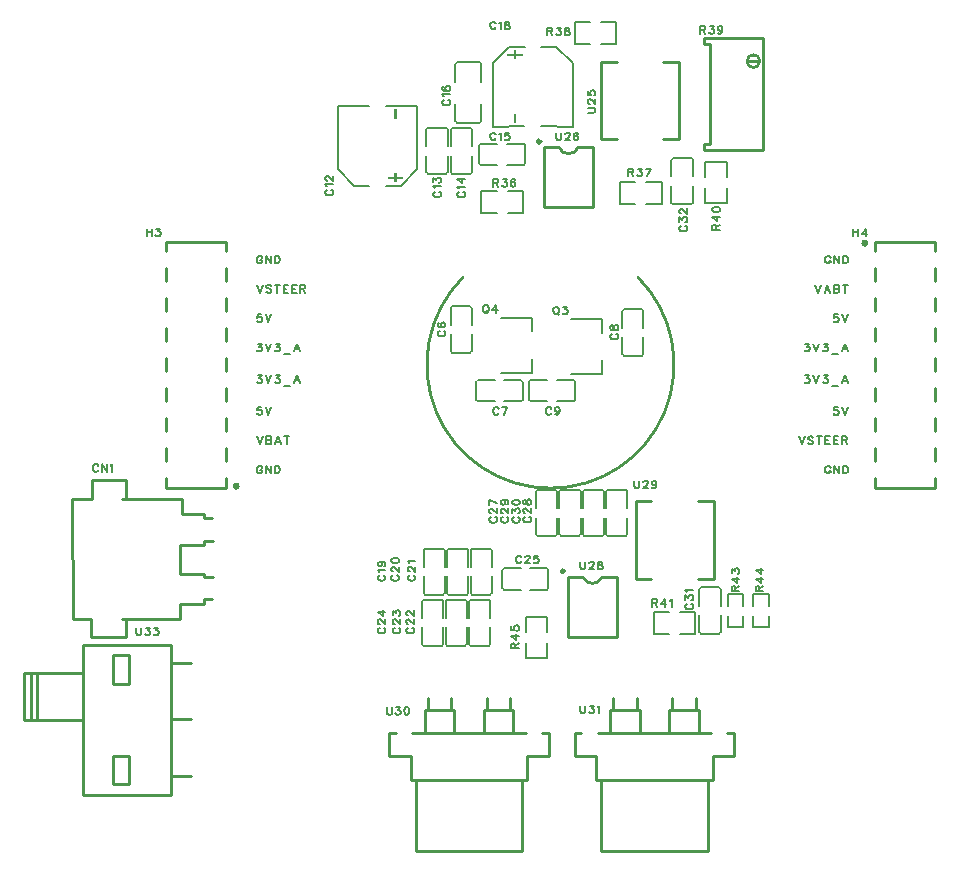
<source format=gto>
G04 Layer: TopSilkscreenLayer*
G04 EasyEDA Pro v2.1.21.9b64d12f.b3811b, 2024-07-11 20:19:00*
G04 Gerber Generator version 0.3*
G04 Scale: 100 percent, Rotated: No, Reflected: No*
G04 Dimensions in millimeters*
G04 Leading zeros omitted, absolute positions, 3 integers and 3 decimals*
%FSLAX33Y33*%
%MOMM*%
%ADD10C,0.152*%
%ADD11C,0.254*%
G75*


G04 Text Start*
G54D10*
G01X55855Y-40988D02*
G01X55791Y-41018D01*
G01X55730Y-41082D01*
G01X55700Y-41143D01*
G01Y-41267D01*
G01X55730Y-41328D01*
G01X55791Y-41392D01*
G01X55855Y-41422D01*
G01X55946Y-41453D01*
G01X56101D01*
G01X56195Y-41422D01*
G01X56256Y-41392D01*
G01X56319Y-41328D01*
G01X56350Y-41267D01*
G01Y-41143D01*
G01X56319Y-41082D01*
G01X56256Y-41018D01*
G01X56195Y-40988D01*
G01X55824Y-40686D02*
G01X55791Y-40625D01*
G01X55700Y-40533D01*
G01X56350D01*
G01X55855Y-40201D02*
G01X55824Y-40201D01*
G01X55761Y-40170D01*
G01X55730Y-40140D01*
G01X55700Y-40079D01*
G01Y-39954D01*
G01X55730Y-39891D01*
G01X55761Y-39860D01*
G01X55824Y-39830D01*
G01X55885D01*
G01X55946Y-39860D01*
G01X56040Y-39924D01*
G01X56350Y-40231D01*
G01Y-39799D01*
G01X64999Y-41143D02*
G01X64935Y-41173D01*
G01X64874Y-41237D01*
G01X64844Y-41298D01*
G01Y-41422D01*
G01X64874Y-41483D01*
G01X64935Y-41547D01*
G01X64999Y-41577D01*
G01X65090Y-41608D01*
G01X65245D01*
G01X65339Y-41577D01*
G01X65400Y-41547D01*
G01X65463Y-41483D01*
G01X65494Y-41422D01*
G01Y-41298D01*
G01X65463Y-41237D01*
G01X65400Y-41173D01*
G01X65339Y-41143D01*
G01X64968Y-40841D02*
G01X64935Y-40780D01*
G01X64844Y-40688D01*
G01X65494D01*
G01X64844Y-40325D02*
G01X64844Y-39985D01*
G01X65090Y-40170D01*
G01Y-40079D01*
G01X65121Y-40015D01*
G01X65154Y-39985D01*
G01X65245Y-39954D01*
G01X65308D01*
G01X65400Y-39985D01*
G01X65463Y-40046D01*
G01X65494Y-40140D01*
G01Y-40234D01*
G01X65463Y-40325D01*
G01X65430Y-40356D01*
G01X65369Y-40386D01*
G01X67031Y-41173D02*
G01X66967Y-41204D01*
G01X66906Y-41267D01*
G01X66876Y-41328D01*
G01Y-41453D01*
G01X66906Y-41514D01*
G01X66967Y-41577D01*
G01X67031Y-41608D01*
G01X67122Y-41638D01*
G01X67277D01*
G01X67371Y-41608D01*
G01X67432Y-41577D01*
G01X67495Y-41514D01*
G01X67526Y-41453D01*
G01Y-41328D01*
G01X67495Y-41267D01*
G01X67432Y-41204D01*
G01X67371Y-41173D01*
G01X67000Y-40871D02*
G01X66967Y-40810D01*
G01X66876Y-40719D01*
G01X67526D01*
G01X66876Y-40109D02*
G01X67307Y-40416D01*
G01Y-39954D01*
G01X66876Y-40109D02*
G01X67526Y-40109D01*
G01X69926Y-40079D02*
G01X69926Y-40729D01*
G01X69926Y-40079D02*
G01X70206Y-40079D01*
G01X70297Y-40109D01*
G01X70328Y-40140D01*
G01X70361Y-40203D01*
G01Y-40264D01*
G01X70328Y-40325D01*
G01X70297Y-40356D01*
G01X70206Y-40389D01*
G01X69926D01*
G01X70142Y-40389D02*
G01X70361Y-40729D01*
G01X70724Y-40079D02*
G01X71064Y-40079D01*
G01X70879Y-40325D01*
G01X70970D01*
G01X71034Y-40356D01*
G01X71064Y-40389D01*
G01X71095Y-40480D01*
G01Y-40543D01*
G01X71064Y-40635D01*
G01X71003Y-40698D01*
G01X70909Y-40729D01*
G01X70815D01*
G01X70724Y-40698D01*
G01X70693Y-40665D01*
G01X70663Y-40604D01*
G01X71768Y-40170D02*
G01X71737Y-40109D01*
G01X71643Y-40079D01*
G01X71582D01*
G01X71488Y-40109D01*
G01X71427Y-40203D01*
G01X71397Y-40356D01*
G01Y-40510D01*
G01X71427Y-40635D01*
G01X71488Y-40698D01*
G01X71582Y-40729D01*
G01X71613D01*
G01X71704Y-40698D01*
G01X71768Y-40635D01*
G01X71798Y-40543D01*
G01Y-40510D01*
G01X71768Y-40419D01*
G01X71704Y-40356D01*
G01X71613Y-40325D01*
G01X71582D01*
G01X71488Y-40356D01*
G01X71427Y-40419D01*
G01X71397Y-40510D01*
G01X70137Y-36297D02*
G01X70107Y-36233D01*
G01X70043Y-36172D01*
G01X69982Y-36142D01*
G01X69858D01*
G01X69797Y-36172D01*
G01X69733Y-36233D01*
G01X69703Y-36297D01*
G01X69672Y-36388D01*
G01Y-36543D01*
G01X69703Y-36637D01*
G01X69733Y-36698D01*
G01X69797Y-36761D01*
G01X69858Y-36792D01*
G01X69982D01*
G01X70043Y-36761D01*
G01X70107Y-36698D01*
G01X70137Y-36637D01*
G01X70439Y-36266D02*
G01X70500Y-36233D01*
G01X70592Y-36142D01*
G01Y-36792D01*
G01X71265Y-36142D02*
G01X70955Y-36142D01*
G01X70924Y-36419D01*
G01X70955Y-36388D01*
G01X71046Y-36358D01*
G01X71140D01*
G01X71234Y-36388D01*
G01X71295Y-36452D01*
G01X71326Y-36543D01*
G01Y-36606D01*
G01X71295Y-36698D01*
G01X71234Y-36761D01*
G01X71140Y-36792D01*
G01X71046D01*
G01X70955Y-36761D01*
G01X70924Y-36728D01*
G01X70894Y-36667D01*
G01X77925Y-34468D02*
G01X78389Y-34468D01*
G01X78481Y-34437D01*
G01X78544Y-34374D01*
G01X78575Y-34282D01*
G01Y-34219D01*
G01X78544Y-34127D01*
G01X78481Y-34066D01*
G01X78389Y-34033D01*
G01X77925D01*
G01X78080Y-33701D02*
G01X78049Y-33701D01*
G01X77986Y-33670D01*
G01X77955Y-33640D01*
G01X77925Y-33579D01*
G01Y-33454D01*
G01X77955Y-33391D01*
G01X77986Y-33360D01*
G01X78049Y-33330D01*
G01X78110D01*
G01X78171Y-33360D01*
G01X78265Y-33424D01*
G01X78575Y-33731D01*
G01Y-33299D01*
G01X77925Y-32626D02*
G01X77925Y-32936D01*
G01X78202Y-32967D01*
G01X78171Y-32936D01*
G01X78141Y-32845D01*
G01Y-32751D01*
G01X78171Y-32657D01*
G01X78235Y-32596D01*
G01X78326Y-32565D01*
G01X78389D01*
G01X78481Y-32596D01*
G01X78544Y-32657D01*
G01X78575Y-32751D01*
G01Y-32845D01*
G01X78544Y-32936D01*
G01X78511Y-32967D01*
G01X78450Y-32997D01*
G01X65761Y-33368D02*
G01X65697Y-33398D01*
G01X65636Y-33462D01*
G01X65606Y-33523D01*
G01Y-33647D01*
G01X65636Y-33708D01*
G01X65697Y-33772D01*
G01X65761Y-33802D01*
G01X65852Y-33833D01*
G01X66007D01*
G01X66101Y-33802D01*
G01X66162Y-33772D01*
G01X66225Y-33708D01*
G01X66256Y-33647D01*
G01Y-33523D01*
G01X66225Y-33462D01*
G01X66162Y-33398D01*
G01X66101Y-33368D01*
G01X65730Y-33066D02*
G01X65697Y-33005D01*
G01X65606Y-32913D01*
G01X66256D01*
G01X65697Y-32240D02*
G01X65636Y-32271D01*
G01X65606Y-32365D01*
G01Y-32426D01*
G01X65636Y-32520D01*
G01X65730Y-32581D01*
G01X65883Y-32611D01*
G01X66037D01*
G01X66162Y-32581D01*
G01X66225Y-32520D01*
G01X66256Y-32426D01*
G01Y-32395D01*
G01X66225Y-32304D01*
G01X66162Y-32240D01*
G01X66070Y-32210D01*
G01X66037D01*
G01X65946Y-32240D01*
G01X65883Y-32304D01*
G01X65852Y-32395D01*
G01Y-32426D01*
G01X65883Y-32520D01*
G01X65946Y-32581D01*
G01X66037Y-32611D01*
G01X81356Y-39190D02*
G01X81356Y-39840D01*
G01X81356Y-39190D02*
G01X81636Y-39190D01*
G01X81727Y-39220D01*
G01X81758Y-39251D01*
G01X81791Y-39314D01*
G01Y-39375D01*
G01X81758Y-39436D01*
G01X81727Y-39467D01*
G01X81636Y-39500D01*
G01X81356D01*
G01X81572Y-39500D02*
G01X81791Y-39840D01*
G01X82154Y-39190D02*
G01X82494Y-39190D01*
G01X82309Y-39436D01*
G01X82400D01*
G01X82464Y-39467D01*
G01X82494Y-39500D01*
G01X82525Y-39591D01*
G01Y-39654D01*
G01X82494Y-39746D01*
G01X82433Y-39809D01*
G01X82339Y-39840D01*
G01X82245D01*
G01X82154Y-39809D01*
G01X82123Y-39776D01*
G01X82093Y-39715D01*
G01X83259Y-39190D02*
G01X82949Y-39840D01*
G01X82827Y-39190D02*
G01X83259Y-39190D01*
G01X70137Y-26899D02*
G01X70107Y-26835D01*
G01X70043Y-26774D01*
G01X69982Y-26744D01*
G01X69858D01*
G01X69797Y-26774D01*
G01X69733Y-26835D01*
G01X69703Y-26899D01*
G01X69672Y-26990D01*
G01Y-27145D01*
G01X69703Y-27239D01*
G01X69733Y-27300D01*
G01X69797Y-27363D01*
G01X69858Y-27394D01*
G01X69982D01*
G01X70043Y-27363D01*
G01X70107Y-27300D01*
G01X70137Y-27239D01*
G01X70439Y-26868D02*
G01X70500Y-26835D01*
G01X70592Y-26744D01*
G01Y-27394D01*
G01X71046Y-26744D02*
G01X70955Y-26774D01*
G01X70924Y-26835D01*
G01Y-26899D01*
G01X70955Y-26960D01*
G01X71016Y-26990D01*
G01X71140Y-27021D01*
G01X71234Y-27054D01*
G01X71295Y-27114D01*
G01X71326Y-27175D01*
G01Y-27269D01*
G01X71295Y-27330D01*
G01X71265Y-27363D01*
G01X71171Y-27394D01*
G01X71046D01*
G01X70955Y-27363D01*
G01X70924Y-27330D01*
G01X70894Y-27269D01*
G01Y-27175D01*
G01X70924Y-27114D01*
G01X70985Y-27054D01*
G01X71079Y-27021D01*
G01X71201Y-26990D01*
G01X71265Y-26960D01*
G01X71295Y-26899D01*
G01Y-26835D01*
G01X71265Y-26774D01*
G01X71171Y-26744D01*
G01X71046D01*
G01X74498Y-27252D02*
G01X74498Y-27902D01*
G01X74498Y-27252D02*
G01X74778Y-27252D01*
G01X74869Y-27282D01*
G01X74900Y-27313D01*
G01X74933Y-27376D01*
G01Y-27437D01*
G01X74900Y-27498D01*
G01X74869Y-27529D01*
G01X74778Y-27562D01*
G01X74498D01*
G01X74714Y-27562D02*
G01X74933Y-27902D01*
G01X75296Y-27252D02*
G01X75636Y-27252D01*
G01X75451Y-27498D01*
G01X75542D01*
G01X75606Y-27529D01*
G01X75636Y-27562D01*
G01X75667Y-27653D01*
G01Y-27716D01*
G01X75636Y-27808D01*
G01X75575Y-27871D01*
G01X75481Y-27902D01*
G01X75387D01*
G01X75296Y-27871D01*
G01X75265Y-27838D01*
G01X75235Y-27777D01*
G01X76121Y-27252D02*
G01X76030Y-27282D01*
G01X75999Y-27343D01*
G01Y-27407D01*
G01X76030Y-27468D01*
G01X76091Y-27498D01*
G01X76215Y-27529D01*
G01X76309Y-27562D01*
G01X76370Y-27622D01*
G01X76401Y-27683D01*
G01Y-27777D01*
G01X76370Y-27838D01*
G01X76340Y-27871D01*
G01X76246Y-27902D01*
G01X76121D01*
G01X76030Y-27871D01*
G01X75999Y-27838D01*
G01X75969Y-27777D01*
G01Y-27683D01*
G01X75999Y-27622D01*
G01X76060Y-27562D01*
G01X76154Y-27529D01*
G01X76276Y-27498D01*
G01X76340Y-27468D01*
G01X76370Y-27407D01*
G01Y-27343D01*
G01X76340Y-27282D01*
G01X76246Y-27252D01*
G01X76121D01*
G01X87452Y-27125D02*
G01X87452Y-27775D01*
G01X87452Y-27125D02*
G01X87732Y-27125D01*
G01X87823Y-27155D01*
G01X87854Y-27186D01*
G01X87887Y-27249D01*
G01Y-27310D01*
G01X87854Y-27371D01*
G01X87823Y-27402D01*
G01X87732Y-27435D01*
G01X87452D01*
G01X87668Y-27435D02*
G01X87887Y-27775D01*
G01X88250Y-27125D02*
G01X88590Y-27125D01*
G01X88405Y-27371D01*
G01X88496D01*
G01X88560Y-27402D01*
G01X88590Y-27435D01*
G01X88621Y-27526D01*
G01Y-27589D01*
G01X88590Y-27681D01*
G01X88529Y-27744D01*
G01X88435Y-27775D01*
G01X88341D01*
G01X88250Y-27744D01*
G01X88219Y-27711D01*
G01X88189Y-27650D01*
G01X89324Y-27341D02*
G01X89294Y-27435D01*
G01X89230Y-27495D01*
G01X89139Y-27526D01*
G01X89108D01*
G01X89014Y-27495D01*
G01X88953Y-27435D01*
G01X88923Y-27341D01*
G01Y-27310D01*
G01X88953Y-27216D01*
G01X89014Y-27155D01*
G01X89108Y-27125D01*
G01X89139D01*
G01X89230Y-27155D01*
G01X89294Y-27216D01*
G01X89324Y-27341D01*
G01Y-27495D01*
G01X89294Y-27650D01*
G01X89230Y-27744D01*
G01X89139Y-27775D01*
G01X89075D01*
G01X88984Y-27744D01*
G01X88953Y-27681D01*
G01X75260Y-36142D02*
G01X75260Y-36606D01*
G01X75291Y-36698D01*
G01X75354Y-36761D01*
G01X75446Y-36792D01*
G01X75509D01*
G01X75601Y-36761D01*
G01X75662Y-36698D01*
G01X75695Y-36606D01*
G01Y-36142D01*
G01X76027Y-36297D02*
G01X76027Y-36266D01*
G01X76058Y-36203D01*
G01X76088Y-36172D01*
G01X76149Y-36142D01*
G01X76274D01*
G01X76337Y-36172D01*
G01X76368Y-36203D01*
G01X76398Y-36266D01*
G01Y-36327D01*
G01X76368Y-36388D01*
G01X76304Y-36482D01*
G01X75997Y-36792D01*
G01X76429D01*
G01X77102Y-36233D02*
G01X77071Y-36172D01*
G01X76977Y-36142D01*
G01X76916D01*
G01X76822Y-36172D01*
G01X76761Y-36266D01*
G01X76731Y-36419D01*
G01Y-36573D01*
G01X76761Y-36698D01*
G01X76822Y-36761D01*
G01X76916Y-36792D01*
G01X76947D01*
G01X77038Y-36761D01*
G01X77102Y-36698D01*
G01X77132Y-36606D01*
G01Y-36573D01*
G01X77102Y-36482D01*
G01X77038Y-36419D01*
G01X76947Y-36388D01*
G01X76916D01*
G01X76822Y-36419D01*
G01X76761Y-36482D01*
G01X76731Y-36573D01*
G01X65380Y-52926D02*
G01X65316Y-52956D01*
G01X65255Y-53020D01*
G01X65225Y-53081D01*
G01Y-53205D01*
G01X65255Y-53266D01*
G01X65316Y-53330D01*
G01X65380Y-53360D01*
G01X65471Y-53391D01*
G01X65626D01*
G01X65720Y-53360D01*
G01X65781Y-53330D01*
G01X65844Y-53266D01*
G01X65875Y-53205D01*
G01Y-53081D01*
G01X65844Y-53020D01*
G01X65781Y-52956D01*
G01X65720Y-52926D01*
G01X65316Y-52253D02*
G01X65255Y-52283D01*
G01X65225Y-52377D01*
G01Y-52438D01*
G01X65255Y-52532D01*
G01X65349Y-52593D01*
G01X65502Y-52624D01*
G01X65656D01*
G01X65781Y-52593D01*
G01X65844Y-52532D01*
G01X65875Y-52438D01*
G01Y-52408D01*
G01X65844Y-52316D01*
G01X65781Y-52253D01*
G01X65689Y-52222D01*
G01X65656D01*
G01X65565Y-52253D01*
G01X65502Y-52316D01*
G01X65471Y-52408D01*
G01Y-52438D01*
G01X65502Y-52532D01*
G01X65565Y-52593D01*
G01X65656Y-52624D01*
G01X70391Y-59538D02*
G01X70361Y-59474D01*
G01X70297Y-59413D01*
G01X70236Y-59383D01*
G01X70112D01*
G01X70051Y-59413D01*
G01X69987Y-59474D01*
G01X69957Y-59538D01*
G01X69926Y-59629D01*
G01Y-59784D01*
G01X69957Y-59878D01*
G01X69987Y-59939D01*
G01X70051Y-60002D01*
G01X70112Y-60033D01*
G01X70236D01*
G01X70297Y-60002D01*
G01X70361Y-59939D01*
G01X70391Y-59878D01*
G01X71125Y-59383D02*
G01X70815Y-60033D01*
G01X70693Y-59383D02*
G01X71125Y-59383D01*
G01X79985Y-53180D02*
G01X79921Y-53210D01*
G01X79860Y-53274D01*
G01X79830Y-53335D01*
G01Y-53459D01*
G01X79860Y-53520D01*
G01X79921Y-53584D01*
G01X79985Y-53614D01*
G01X80076Y-53645D01*
G01X80231D01*
G01X80325Y-53614D01*
G01X80386Y-53584D01*
G01X80449Y-53520D01*
G01X80480Y-53459D01*
G01Y-53335D01*
G01X80449Y-53274D01*
G01X80386Y-53210D01*
G01X80325Y-53180D01*
G01X79830Y-52725D02*
G01X79860Y-52817D01*
G01X79921Y-52847D01*
G01X79985D01*
G01X80046Y-52817D01*
G01X80076Y-52756D01*
G01X80107Y-52631D01*
G01X80140Y-52537D01*
G01X80201Y-52476D01*
G01X80261Y-52446D01*
G01X80355D01*
G01X80416Y-52476D01*
G01X80449Y-52507D01*
G01X80480Y-52601D01*
G01Y-52725D01*
G01X80449Y-52817D01*
G01X80416Y-52847D01*
G01X80355Y-52878D01*
G01X80261D01*
G01X80201Y-52847D01*
G01X80140Y-52786D01*
G01X80107Y-52692D01*
G01X80076Y-52570D01*
G01X80046Y-52507D01*
G01X79985Y-52476D01*
G01X79921D01*
G01X79860Y-52507D01*
G01X79830Y-52601D01*
G01Y-52725D01*
G01X74836Y-59538D02*
G01X74806Y-59474D01*
G01X74742Y-59413D01*
G01X74681Y-59383D01*
G01X74557D01*
G01X74496Y-59413D01*
G01X74432Y-59474D01*
G01X74402Y-59538D01*
G01X74371Y-59629D01*
G01Y-59784D01*
G01X74402Y-59878D01*
G01X74432Y-59939D01*
G01X74496Y-60002D01*
G01X74557Y-60033D01*
G01X74681D01*
G01X74742Y-60002D01*
G01X74806Y-59939D01*
G01X74836Y-59878D01*
G01X75540Y-59599D02*
G01X75509Y-59693D01*
G01X75446Y-59753D01*
G01X75354Y-59784D01*
G01X75324D01*
G01X75230Y-59753D01*
G01X75169Y-59693D01*
G01X75138Y-59599D01*
G01Y-59568D01*
G01X75169Y-59474D01*
G01X75230Y-59413D01*
G01X75324Y-59383D01*
G01X75354D01*
G01X75446Y-59413D01*
G01X75509Y-59474D01*
G01X75540Y-59599D01*
G01Y-59753D01*
G01X75509Y-59908D01*
G01X75446Y-60002D01*
G01X75354Y-60033D01*
G01X75291D01*
G01X75199Y-60002D01*
G01X75169Y-59939D01*
G01X75192Y-50874D02*
G01X75131Y-50904D01*
G01X75067Y-50965D01*
G01X75037Y-51029D01*
G01X75006Y-51120D01*
G01Y-51275D01*
G01X75037Y-51369D01*
G01X75067Y-51430D01*
G01X75131Y-51493D01*
G01X75192Y-51524D01*
G01X75316D01*
G01X75377Y-51493D01*
G01X75441Y-51430D01*
G01X75471Y-51369D01*
G01X75502Y-51275D01*
G01Y-51120D01*
G01X75471Y-51029D01*
G01X75441Y-50965D01*
G01X75377Y-50904D01*
G01X75316Y-50874D01*
G01X75192D01*
G01X75286Y-51399D02*
G01X75471Y-51585D01*
G01X75865Y-50874D02*
G01X76205Y-50874D01*
G01X76020Y-51120D01*
G01X76111D01*
G01X76175Y-51151D01*
G01X76205Y-51184D01*
G01X76236Y-51275D01*
G01Y-51338D01*
G01X76205Y-51430D01*
G01X76144Y-51493D01*
G01X76050Y-51524D01*
G01X75956D01*
G01X75865Y-51493D01*
G01X75834Y-51460D01*
G01X75804Y-51399D01*
G01X69223Y-50747D02*
G01X69162Y-50777D01*
G01X69098Y-50838D01*
G01X69068Y-50902D01*
G01X69037Y-50993D01*
G01Y-51148D01*
G01X69068Y-51242D01*
G01X69098Y-51303D01*
G01X69162Y-51366D01*
G01X69223Y-51397D01*
G01X69347D01*
G01X69408Y-51366D01*
G01X69472Y-51303D01*
G01X69502Y-51242D01*
G01X69533Y-51148D01*
G01Y-50993D01*
G01X69502Y-50902D01*
G01X69472Y-50838D01*
G01X69408Y-50777D01*
G01X69347Y-50747D01*
G01X69223D01*
G01X69317Y-51272D02*
G01X69502Y-51458D01*
G01X70142Y-50747D02*
G01X69835Y-51178D01*
G01X70297D01*
G01X70142Y-50747D02*
G01X70142Y-51397D01*
G01X36482Y-64364D02*
G01X36452Y-64300D01*
G01X36388Y-64239D01*
G01X36327Y-64209D01*
G01X36203D01*
G01X36142Y-64239D01*
G01X36078Y-64300D01*
G01X36048Y-64364D01*
G01X36017Y-64455D01*
G01Y-64610D01*
G01X36048Y-64704D01*
G01X36078Y-64765D01*
G01X36142Y-64828D01*
G01X36203Y-64859D01*
G01X36327D01*
G01X36388Y-64828D01*
G01X36452Y-64765D01*
G01X36482Y-64704D01*
G01X36784Y-64209D02*
G01X36784Y-64859D01*
G01X36784Y-64209D02*
G01X37216Y-64859D01*
G01X37216Y-64209D02*
G01X37216Y-64859D01*
G01X37518Y-64333D02*
G01X37579Y-64300D01*
G01X37671Y-64209D01*
G01Y-64859D01*
G01X60300Y-73627D02*
G01X60236Y-73657D01*
G01X60175Y-73721D01*
G01X60145Y-73782D01*
G01Y-73906D01*
G01X60175Y-73967D01*
G01X60236Y-74031D01*
G01X60300Y-74061D01*
G01X60391Y-74092D01*
G01X60546D01*
G01X60640Y-74061D01*
G01X60701Y-74031D01*
G01X60764Y-73967D01*
G01X60795Y-73906D01*
G01Y-73782D01*
G01X60764Y-73721D01*
G01X60701Y-73657D01*
G01X60640Y-73627D01*
G01X60269Y-73325D02*
G01X60236Y-73264D01*
G01X60145Y-73172D01*
G01X60795D01*
G01X60361Y-72469D02*
G01X60455Y-72499D01*
G01X60516Y-72563D01*
G01X60546Y-72654D01*
G01Y-72685D01*
G01X60516Y-72779D01*
G01X60455Y-72840D01*
G01X60361Y-72870D01*
G01X60330D01*
G01X60236Y-72840D01*
G01X60175Y-72779D01*
G01X60145Y-72685D01*
G01Y-72654D01*
G01X60175Y-72563D01*
G01X60236Y-72499D01*
G01X60361Y-72469D01*
G01X60516D01*
G01X60670Y-72499D01*
G01X60764Y-72563D01*
G01X60795Y-72654D01*
G01Y-72718D01*
G01X60764Y-72809D01*
G01X60701Y-72840D01*
G01X61443Y-73627D02*
G01X61379Y-73657D01*
G01X61318Y-73721D01*
G01X61288Y-73782D01*
G01Y-73906D01*
G01X61318Y-73967D01*
G01X61379Y-74031D01*
G01X61443Y-74061D01*
G01X61534Y-74092D01*
G01X61689D01*
G01X61783Y-74061D01*
G01X61844Y-74031D01*
G01X61907Y-73967D01*
G01X61938Y-73906D01*
G01Y-73782D01*
G01X61907Y-73721D01*
G01X61844Y-73657D01*
G01X61783Y-73627D01*
G01X61443Y-73294D02*
G01X61412Y-73294D01*
G01X61349Y-73264D01*
G01X61318Y-73233D01*
G01X61288Y-73172D01*
G01Y-73048D01*
G01X61318Y-72984D01*
G01X61349Y-72954D01*
G01X61412Y-72923D01*
G01X61473D01*
G01X61534Y-72954D01*
G01X61628Y-73017D01*
G01X61938Y-73325D01*
G01Y-72893D01*
G01X61288Y-72405D02*
G01X61318Y-72499D01*
G01X61412Y-72560D01*
G01X61565Y-72591D01*
G01X61659D01*
G01X61813Y-72560D01*
G01X61907Y-72499D01*
G01X61938Y-72405D01*
G01Y-72344D01*
G01X61907Y-72250D01*
G01X61813Y-72189D01*
G01X61659Y-72159D01*
G01X61565D01*
G01X61412Y-72189D01*
G01X61318Y-72250D01*
G01X61288Y-72344D01*
G01Y-72405D01*
G01X62840Y-73627D02*
G01X62776Y-73657D01*
G01X62715Y-73721D01*
G01X62685Y-73782D01*
G01Y-73906D01*
G01X62715Y-73967D01*
G01X62776Y-74031D01*
G01X62840Y-74061D01*
G01X62931Y-74092D01*
G01X63086D01*
G01X63180Y-74061D01*
G01X63241Y-74031D01*
G01X63304Y-73967D01*
G01X63335Y-73906D01*
G01Y-73782D01*
G01X63304Y-73721D01*
G01X63241Y-73657D01*
G01X63180Y-73627D01*
G01X62840Y-73294D02*
G01X62809Y-73294D01*
G01X62746Y-73264D01*
G01X62715Y-73233D01*
G01X62685Y-73172D01*
G01Y-73048D01*
G01X62715Y-72984D01*
G01X62746Y-72954D01*
G01X62809Y-72923D01*
G01X62870D01*
G01X62931Y-72954D01*
G01X63025Y-73017D01*
G01X63335Y-73325D01*
G01Y-72893D01*
G01X62809Y-72591D02*
G01X62776Y-72530D01*
G01X62685Y-72438D01*
G01X63335D01*
G01X62713Y-78072D02*
G01X62649Y-78102D01*
G01X62588Y-78166D01*
G01X62558Y-78227D01*
G01Y-78351D01*
G01X62588Y-78412D01*
G01X62649Y-78476D01*
G01X62713Y-78506D01*
G01X62804Y-78537D01*
G01X62959D01*
G01X63053Y-78506D01*
G01X63114Y-78476D01*
G01X63177Y-78412D01*
G01X63208Y-78351D01*
G01Y-78227D01*
G01X63177Y-78166D01*
G01X63114Y-78102D01*
G01X63053Y-78072D01*
G01X62713Y-77739D02*
G01X62682Y-77739D01*
G01X62619Y-77709D01*
G01X62588Y-77678D01*
G01X62558Y-77617D01*
G01Y-77493D01*
G01X62588Y-77429D01*
G01X62619Y-77399D01*
G01X62682Y-77368D01*
G01X62743D01*
G01X62804Y-77399D01*
G01X62898Y-77462D01*
G01X63208Y-77770D01*
G01Y-77338D01*
G01X62713Y-77005D02*
G01X62682Y-77005D01*
G01X62619Y-76975D01*
G01X62588Y-76944D01*
G01X62558Y-76883D01*
G01Y-76759D01*
G01X62588Y-76695D01*
G01X62619Y-76665D01*
G01X62682Y-76634D01*
G01X62743D01*
G01X62804Y-76665D01*
G01X62898Y-76728D01*
G01X63208Y-77036D01*
G01Y-76604D01*
G01X61570Y-78072D02*
G01X61506Y-78102D01*
G01X61445Y-78166D01*
G01X61415Y-78227D01*
G01Y-78351D01*
G01X61445Y-78412D01*
G01X61506Y-78476D01*
G01X61570Y-78506D01*
G01X61661Y-78537D01*
G01X61816D01*
G01X61910Y-78506D01*
G01X61971Y-78476D01*
G01X62034Y-78412D01*
G01X62065Y-78351D01*
G01Y-78227D01*
G01X62034Y-78166D01*
G01X61971Y-78102D01*
G01X61910Y-78072D01*
G01X61570Y-77739D02*
G01X61539Y-77739D01*
G01X61476Y-77709D01*
G01X61445Y-77678D01*
G01X61415Y-77617D01*
G01Y-77493D01*
G01X61445Y-77429D01*
G01X61476Y-77399D01*
G01X61539Y-77368D01*
G01X61600D01*
G01X61661Y-77399D01*
G01X61755Y-77462D01*
G01X62065Y-77770D01*
G01Y-77338D01*
G01X61415Y-76975D02*
G01X61415Y-76634D01*
G01X61661Y-76820D01*
G01Y-76728D01*
G01X61692Y-76665D01*
G01X61725Y-76634D01*
G01X61816Y-76604D01*
G01X61879D01*
G01X61971Y-76634D01*
G01X62034Y-76695D01*
G01X62065Y-76789D01*
G01Y-76883D01*
G01X62034Y-76975D01*
G01X62001Y-77005D01*
G01X61940Y-77036D01*
G01X60300Y-78072D02*
G01X60236Y-78102D01*
G01X60175Y-78166D01*
G01X60145Y-78227D01*
G01Y-78351D01*
G01X60175Y-78412D01*
G01X60236Y-78476D01*
G01X60300Y-78506D01*
G01X60391Y-78537D01*
G01X60546D01*
G01X60640Y-78506D01*
G01X60701Y-78476D01*
G01X60764Y-78412D01*
G01X60795Y-78351D01*
G01Y-78227D01*
G01X60764Y-78166D01*
G01X60701Y-78102D01*
G01X60640Y-78072D01*
G01X60300Y-77739D02*
G01X60269Y-77739D01*
G01X60206Y-77709D01*
G01X60175Y-77678D01*
G01X60145Y-77617D01*
G01Y-77493D01*
G01X60175Y-77429D01*
G01X60206Y-77399D01*
G01X60269Y-77368D01*
G01X60330D01*
G01X60391Y-77399D01*
G01X60485Y-77462D01*
G01X60795Y-77770D01*
G01Y-77338D01*
G01X60145Y-76728D02*
G01X60576Y-77036D01*
G01Y-76573D01*
G01X60145Y-76728D02*
G01X60795Y-76728D01*
G01X72296Y-72111D02*
G01X72266Y-72047D01*
G01X72202Y-71986D01*
G01X72141Y-71956D01*
G01X72017D01*
G01X71956Y-71986D01*
G01X71892Y-72047D01*
G01X71862Y-72111D01*
G01X71831Y-72202D01*
G01Y-72357D01*
G01X71862Y-72451D01*
G01X71892Y-72512D01*
G01X71956Y-72575D01*
G01X72017Y-72606D01*
G01X72141D01*
G01X72202Y-72575D01*
G01X72266Y-72512D01*
G01X72296Y-72451D01*
G01X72629Y-72111D02*
G01X72629Y-72080D01*
G01X72659Y-72017D01*
G01X72690Y-71986D01*
G01X72751Y-71956D01*
G01X72875D01*
G01X72939Y-71986D01*
G01X72969Y-72017D01*
G01X73000Y-72080D01*
G01Y-72141D01*
G01X72969Y-72202D01*
G01X72906Y-72296D01*
G01X72598Y-72606D01*
G01X73030D01*
G01X73703Y-71956D02*
G01X73393Y-71956D01*
G01X73363Y-72233D01*
G01X73393Y-72202D01*
G01X73485Y-72172D01*
G01X73579D01*
G01X73673Y-72202D01*
G01X73734Y-72266D01*
G01X73764Y-72357D01*
G01Y-72420D01*
G01X73734Y-72512D01*
G01X73673Y-72575D01*
G01X73579Y-72606D01*
G01X73485D01*
G01X73393Y-72575D01*
G01X73363Y-72542D01*
G01X73332Y-72481D01*
G01X83388Y-75639D02*
G01X83388Y-76289D01*
G01X83388Y-75639D02*
G01X83668Y-75639D01*
G01X83759Y-75669D01*
G01X83790Y-75700D01*
G01X83823Y-75763D01*
G01Y-75824D01*
G01X83790Y-75885D01*
G01X83759Y-75916D01*
G01X83668Y-75949D01*
G01X83388D01*
G01X83604Y-75949D02*
G01X83823Y-76289D01*
G01X84432Y-75639D02*
G01X84125Y-76070D01*
G01X84587D01*
G01X84432Y-75639D02*
G01X84432Y-76289D01*
G01X84889Y-75763D02*
G01X84950Y-75730D01*
G01X85042Y-75639D01*
G01Y-76289D01*
G01X69746Y-68693D02*
G01X69682Y-68724D01*
G01X69621Y-68787D01*
G01X69591Y-68848D01*
G01Y-68973D01*
G01X69621Y-69034D01*
G01X69682Y-69097D01*
G01X69746Y-69128D01*
G01X69837Y-69158D01*
G01X69992D01*
G01X70086Y-69128D01*
G01X70147Y-69097D01*
G01X70210Y-69034D01*
G01X70241Y-68973D01*
G01Y-68848D01*
G01X70210Y-68787D01*
G01X70147Y-68724D01*
G01X70086Y-68693D01*
G01X69746Y-68360D02*
G01X69715Y-68360D01*
G01X69652Y-68330D01*
G01X69621Y-68300D01*
G01X69591Y-68239D01*
G01Y-68114D01*
G01X69621Y-68051D01*
G01X69652Y-68020D01*
G01X69715Y-67990D01*
G01X69776D01*
G01X69837Y-68020D01*
G01X69931Y-68084D01*
G01X70241Y-68391D01*
G01Y-67959D01*
G01X69591Y-67225D02*
G01X70241Y-67535D01*
G01X69591Y-67657D02*
G01X69591Y-67225D01*
G01X72619Y-68674D02*
G01X72555Y-68704D01*
G01X72494Y-68768D01*
G01X72464Y-68829D01*
G01Y-68953D01*
G01X72494Y-69014D01*
G01X72555Y-69078D01*
G01X72619Y-69108D01*
G01X72710Y-69139D01*
G01X72865D01*
G01X72959Y-69108D01*
G01X73020Y-69078D01*
G01X73083Y-69014D01*
G01X73114Y-68953D01*
G01Y-68829D01*
G01X73083Y-68768D01*
G01X73020Y-68704D01*
G01X72959Y-68674D01*
G01X72619Y-68341D02*
G01X72588Y-68341D01*
G01X72525Y-68311D01*
G01X72494Y-68280D01*
G01X72464Y-68219D01*
G01Y-68095D01*
G01X72494Y-68031D01*
G01X72525Y-68001D01*
G01X72588Y-67970D01*
G01X72649D01*
G01X72710Y-68001D01*
G01X72804Y-68064D01*
G01X73114Y-68372D01*
G01Y-67940D01*
G01X72464Y-67485D02*
G01X72494Y-67577D01*
G01X72555Y-67607D01*
G01X72619D01*
G01X72680Y-67577D01*
G01X72710Y-67516D01*
G01X72741Y-67391D01*
G01X72774Y-67297D01*
G01X72835Y-67236D01*
G01X72895Y-67206D01*
G01X72989D01*
G01X73050Y-67236D01*
G01X73083Y-67267D01*
G01X73114Y-67361D01*
G01Y-67485D01*
G01X73083Y-67577D01*
G01X73050Y-67607D01*
G01X72989Y-67638D01*
G01X72895D01*
G01X72835Y-67607D01*
G01X72774Y-67546D01*
G01X72741Y-67452D01*
G01X72710Y-67330D01*
G01X72680Y-67267D01*
G01X72619Y-67236D01*
G01X72555D01*
G01X72494Y-67267D01*
G01X72464Y-67361D01*
G01Y-67485D01*
G01X70713Y-68693D02*
G01X70649Y-68724D01*
G01X70588Y-68787D01*
G01X70558Y-68848D01*
G01Y-68973D01*
G01X70588Y-69034D01*
G01X70649Y-69097D01*
G01X70713Y-69128D01*
G01X70804Y-69158D01*
G01X70959D01*
G01X71053Y-69128D01*
G01X71114Y-69097D01*
G01X71178Y-69034D01*
G01X71208Y-68973D01*
G01Y-68848D01*
G01X71178Y-68787D01*
G01X71114Y-68724D01*
G01X71053Y-68693D01*
G01X70713Y-68360D02*
G01X70682Y-68360D01*
G01X70619Y-68330D01*
G01X70588Y-68300D01*
G01X70558Y-68239D01*
G01Y-68114D01*
G01X70588Y-68051D01*
G01X70619Y-68020D01*
G01X70682Y-67990D01*
G01X70743D01*
G01X70804Y-68020D01*
G01X70898Y-68084D01*
G01X71208Y-68391D01*
G01Y-67959D01*
G01X70774Y-67256D02*
G01X70868Y-67286D01*
G01X70929Y-67350D01*
G01X70959Y-67441D01*
G01Y-67471D01*
G01X70929Y-67565D01*
G01X70868Y-67626D01*
G01X70774Y-67657D01*
G01X70743D01*
G01X70649Y-67626D01*
G01X70588Y-67565D01*
G01X70558Y-67471D01*
G01Y-67441D01*
G01X70588Y-67350D01*
G01X70649Y-67286D01*
G01X70774Y-67256D01*
G01X70929D01*
G01X71084Y-67286D01*
G01X71178Y-67350D01*
G01X71208Y-67441D01*
G01Y-67505D01*
G01X71178Y-67596D01*
G01X71114Y-67626D01*
G01X71680Y-68693D02*
G01X71616Y-68724D01*
G01X71555Y-68787D01*
G01X71525Y-68848D01*
G01Y-68973D01*
G01X71555Y-69034D01*
G01X71616Y-69097D01*
G01X71680Y-69128D01*
G01X71771Y-69158D01*
G01X71926D01*
G01X72020Y-69128D01*
G01X72081Y-69097D01*
G01X72145Y-69034D01*
G01X72175Y-68973D01*
G01Y-68848D01*
G01X72145Y-68787D01*
G01X72081Y-68724D01*
G01X72020Y-68693D01*
G01X71525Y-68330D02*
G01X71525Y-67990D01*
G01X71771Y-68175D01*
G01Y-68084D01*
G01X71802Y-68020D01*
G01X71835Y-67990D01*
G01X71926Y-67959D01*
G01X71990D01*
G01X72081Y-67990D01*
G01X72145Y-68051D01*
G01X72175Y-68145D01*
G01Y-68239D01*
G01X72145Y-68330D01*
G01X72112Y-68360D01*
G01X72051Y-68391D01*
G01X71525Y-67471D02*
G01X71555Y-67565D01*
G01X71649Y-67626D01*
G01X71802Y-67657D01*
G01X71896D01*
G01X72051Y-67626D01*
G01X72145Y-67565D01*
G01X72175Y-67471D01*
G01Y-67411D01*
G01X72145Y-67317D01*
G01X72051Y-67256D01*
G01X71896Y-67225D01*
G01X71802D01*
G01X71649Y-67256D01*
G01X71555Y-67317D01*
G01X71525Y-67411D01*
G01Y-67471D01*
G01X90117Y-74981D02*
G01X90767Y-74981D01*
G01X90117Y-74981D02*
G01X90117Y-74701D01*
G01X90147Y-74610D01*
G01X90178Y-74579D01*
G01X90241Y-74546D01*
G01X90302D01*
G01X90363Y-74579D01*
G01X90394Y-74610D01*
G01X90427Y-74701D01*
G01Y-74981D01*
G01X90427Y-74765D02*
G01X90767Y-74546D01*
G01X90117Y-73937D02*
G01X90548Y-74244D01*
G01Y-73782D01*
G01X90117Y-73937D02*
G01X90767Y-73937D01*
G01X90117Y-73419D02*
G01X90117Y-73078D01*
G01X90363Y-73264D01*
G01Y-73172D01*
G01X90394Y-73109D01*
G01X90427Y-73078D01*
G01X90518Y-73048D01*
G01X90581D01*
G01X90673Y-73078D01*
G01X90736Y-73139D01*
G01X90767Y-73233D01*
G01Y-73327D01*
G01X90736Y-73419D01*
G01X90703Y-73449D01*
G01X90642Y-73480D01*
G01X92149Y-74981D02*
G01X92799Y-74981D01*
G01X92149Y-74981D02*
G01X92149Y-74701D01*
G01X92179Y-74610D01*
G01X92210Y-74579D01*
G01X92273Y-74546D01*
G01X92334D01*
G01X92395Y-74579D01*
G01X92426Y-74610D01*
G01X92459Y-74701D01*
G01Y-74981D01*
G01X92459Y-74765D02*
G01X92799Y-74546D01*
G01X92149Y-73937D02*
G01X92580Y-74244D01*
G01Y-73782D01*
G01X92149Y-73937D02*
G01X92799Y-73937D01*
G01X92149Y-73172D02*
G01X92580Y-73480D01*
G01Y-73017D01*
G01X92149Y-73172D02*
G01X92799Y-73172D01*
G01X77292Y-72464D02*
G01X77292Y-72928D01*
G01X77323Y-73020D01*
G01X77386Y-73083D01*
G01X77478Y-73114D01*
G01X77541D01*
G01X77633Y-73083D01*
G01X77694Y-73020D01*
G01X77727Y-72928D01*
G01Y-72464D01*
G01X78059Y-72619D02*
G01X78059Y-72588D01*
G01X78090Y-72525D01*
G01X78120Y-72494D01*
G01X78181Y-72464D01*
G01X78306D01*
G01X78369Y-72494D01*
G01X78400Y-72525D01*
G01X78430Y-72588D01*
G01Y-72649D01*
G01X78400Y-72710D01*
G01X78336Y-72804D01*
G01X78029Y-73114D01*
G01X78461D01*
G01X78915Y-72464D02*
G01X78824Y-72494D01*
G01X78793Y-72555D01*
G01Y-72619D01*
G01X78824Y-72680D01*
G01X78885Y-72710D01*
G01X79009Y-72741D01*
G01X79103Y-72774D01*
G01X79164Y-72834D01*
G01X79195Y-72895D01*
G01Y-72989D01*
G01X79164Y-73050D01*
G01X79134Y-73083D01*
G01X79040Y-73114D01*
G01X78915D01*
G01X78824Y-73083D01*
G01X78793Y-73050D01*
G01X78763Y-72989D01*
G01Y-72895D01*
G01X78793Y-72834D01*
G01X78854Y-72774D01*
G01X78948Y-72741D01*
G01X79070Y-72710D01*
G01X79134Y-72680D01*
G01X79164Y-72619D01*
G01Y-72555D01*
G01X79134Y-72494D01*
G01X79040Y-72464D01*
G01X78915D01*
G01X81864Y-65606D02*
G01X81864Y-66070D01*
G01X81895Y-66162D01*
G01X81958Y-66225D01*
G01X82050Y-66256D01*
G01X82113D01*
G01X82205Y-66225D01*
G01X82266Y-66162D01*
G01X82299Y-66070D01*
G01Y-65606D01*
G01X82631Y-65761D02*
G01X82631Y-65730D01*
G01X82662Y-65667D01*
G01X82692Y-65636D01*
G01X82753Y-65606D01*
G01X82878D01*
G01X82941Y-65636D01*
G01X82972Y-65667D01*
G01X83002Y-65730D01*
G01Y-65791D01*
G01X82972Y-65852D01*
G01X82908Y-65946D01*
G01X82601Y-66256D01*
G01X83033D01*
G01X83736Y-65822D02*
G01X83706Y-65916D01*
G01X83642Y-65976D01*
G01X83551Y-66007D01*
G01X83520D01*
G01X83426Y-65976D01*
G01X83365Y-65916D01*
G01X83335Y-65822D01*
G01Y-65791D01*
G01X83365Y-65697D01*
G01X83426Y-65636D01*
G01X83520Y-65606D01*
G01X83551D01*
G01X83642Y-65636D01*
G01X83706Y-65697D01*
G01X83736Y-65822D01*
G01Y-65976D01*
G01X83706Y-66131D01*
G01X83642Y-66225D01*
G01X83551Y-66256D01*
G01X83487D01*
G01X83396Y-66225D01*
G01X83365Y-66162D01*
G01X88466Y-44374D02*
G01X89116Y-44374D01*
G01X88466Y-44374D02*
G01X88466Y-44094D01*
G01X88496Y-44003D01*
G01X88527Y-43972D01*
G01X88590Y-43939D01*
G01X88651D01*
G01X88712Y-43972D01*
G01X88743Y-44003D01*
G01X88776Y-44094D01*
G01Y-44374D01*
G01X88776Y-44158D02*
G01X89116Y-43939D01*
G01X88466Y-43330D02*
G01X88897Y-43637D01*
G01Y-43175D01*
G01X88466Y-43330D02*
G01X89116Y-43330D01*
G01X88466Y-42687D02*
G01X88496Y-42781D01*
G01X88590Y-42842D01*
G01X88743Y-42873D01*
G01X88837D01*
G01X88991Y-42842D01*
G01X89085Y-42781D01*
G01X89116Y-42687D01*
G01Y-42626D01*
G01X89085Y-42532D01*
G01X88991Y-42471D01*
G01X88837Y-42441D01*
G01X88743D01*
G01X88590Y-42471D01*
G01X88496Y-42532D01*
G01X88466Y-42626D01*
G01Y-42687D01*
G01X60909Y-84783D02*
G01X60909Y-85247D01*
G01X60940Y-85339D01*
G01X61003Y-85402D01*
G01X61095Y-85433D01*
G01X61158D01*
G01X61250Y-85402D01*
G01X61311Y-85339D01*
G01X61344Y-85247D01*
G01Y-84783D01*
G01X61707Y-84783D02*
G01X62047Y-84783D01*
G01X61862Y-85029D01*
G01X61953D01*
G01X62017Y-85060D01*
G01X62047Y-85093D01*
G01X62078Y-85184D01*
G01Y-85247D01*
G01X62047Y-85339D01*
G01X61986Y-85402D01*
G01X61892Y-85433D01*
G01X61798D01*
G01X61707Y-85402D01*
G01X61676Y-85369D01*
G01X61646Y-85308D01*
G01X62565Y-84783D02*
G01X62471Y-84813D01*
G01X62410Y-84907D01*
G01X62380Y-85060D01*
G01Y-85153D01*
G01X62410Y-85308D01*
G01X62471Y-85402D01*
G01X62565Y-85433D01*
G01X62626D01*
G01X62720Y-85402D01*
G01X62781Y-85308D01*
G01X62812Y-85153D01*
G01Y-85060D01*
G01X62781Y-84907D01*
G01X62720Y-84813D01*
G01X62626Y-84783D01*
G01X62565D01*
G01X77292Y-84656D02*
G01X77292Y-85120D01*
G01X77323Y-85212D01*
G01X77386Y-85275D01*
G01X77478Y-85306D01*
G01X77541D01*
G01X77633Y-85275D01*
G01X77694Y-85212D01*
G01X77727Y-85120D01*
G01Y-84656D01*
G01X78090Y-84656D02*
G01X78430Y-84656D01*
G01X78245Y-84902D01*
G01X78336D01*
G01X78400Y-84933D01*
G01X78430Y-84966D01*
G01X78461Y-85057D01*
G01Y-85120D01*
G01X78430Y-85212D01*
G01X78369Y-85275D01*
G01X78275Y-85306D01*
G01X78181D01*
G01X78090Y-85275D01*
G01X78059Y-85242D01*
G01X78029Y-85181D01*
G01X78763Y-84780D02*
G01X78824Y-84747D01*
G01X78915Y-84656D01*
G01Y-85306D01*
G01X71448Y-79807D02*
G01X72098Y-79807D01*
G01X71448Y-79807D02*
G01X71448Y-79527D01*
G01X71478Y-79436D01*
G01X71509Y-79405D01*
G01X71572Y-79372D01*
G01X71633D01*
G01X71694Y-79405D01*
G01X71725Y-79436D01*
G01X71758Y-79527D01*
G01Y-79807D01*
G01X71758Y-79591D02*
G01X72098Y-79372D01*
G01X71448Y-78763D02*
G01X71879Y-79070D01*
G01Y-78608D01*
G01X71448Y-78763D02*
G01X72098Y-78763D01*
G01X71448Y-77935D02*
G01X71448Y-78245D01*
G01X71725Y-78275D01*
G01X71694Y-78245D01*
G01X71664Y-78153D01*
G01Y-78059D01*
G01X71694Y-77965D01*
G01X71758Y-77904D01*
G01X71849Y-77874D01*
G01X71912D01*
G01X72004Y-77904D01*
G01X72067Y-77965D01*
G01X72098Y-78059D01*
G01Y-78153D01*
G01X72067Y-78245D01*
G01X72034Y-78275D01*
G01X71973Y-78306D01*
G01X40589Y-44270D02*
G01X40589Y-44920D01*
G01X41024Y-44270D02*
G01X41024Y-44920D01*
G01X40589Y-44580D02*
G01X41024Y-44580D01*
G01X41387Y-44270D02*
G01X41727Y-44270D01*
G01X41542Y-44516D01*
G01X41633D01*
G01X41697Y-44547D01*
G01X41727Y-44580D01*
G01X41758Y-44671D01*
G01Y-44734D01*
G01X41727Y-44826D01*
G01X41666Y-44889D01*
G01X41572Y-44920D01*
G01X41478D01*
G01X41387Y-44889D01*
G01X41356Y-44856D01*
G01X41326Y-44795D01*
G01X100406Y-44270D02*
G01X100406Y-44920D01*
G01X100841Y-44270D02*
G01X100841Y-44920D01*
G01X100406Y-44580D02*
G01X100841Y-44580D01*
G01X101450Y-44270D02*
G01X101143Y-44701D01*
G01X101605D01*
G01X101450Y-44270D02*
G01X101450Y-44920D01*
G01X85827Y-44036D02*
G01X85763Y-44066D01*
G01X85702Y-44130D01*
G01X85672Y-44191D01*
G01Y-44315D01*
G01X85702Y-44376D01*
G01X85763Y-44440D01*
G01X85827Y-44470D01*
G01X85918Y-44501D01*
G01X86073D01*
G01X86167Y-44470D01*
G01X86228Y-44440D01*
G01X86291Y-44376D01*
G01X86322Y-44315D01*
G01Y-44191D01*
G01X86291Y-44130D01*
G01X86228Y-44066D01*
G01X86167Y-44036D01*
G01X85672Y-43673D02*
G01X85672Y-43332D01*
G01X85918Y-43518D01*
G01Y-43426D01*
G01X85949Y-43363D01*
G01X85982Y-43332D01*
G01X86073Y-43302D01*
G01X86136D01*
G01X86228Y-43332D01*
G01X86291Y-43393D01*
G01X86322Y-43487D01*
G01Y-43581D01*
G01X86291Y-43673D01*
G01X86258Y-43703D01*
G01X86197Y-43734D01*
G01X85827Y-42969D02*
G01X85796Y-42969D01*
G01X85733Y-42939D01*
G01X85702Y-42908D01*
G01X85672Y-42847D01*
G01Y-42723D01*
G01X85702Y-42659D01*
G01X85733Y-42629D01*
G01X85796Y-42598D01*
G01X85857D01*
G01X85918Y-42629D01*
G01X86012Y-42692D01*
G01X86322Y-43000D01*
G01Y-42568D01*
G01X86335Y-76040D02*
G01X86271Y-76070D01*
G01X86210Y-76134D01*
G01X86180Y-76195D01*
G01Y-76319D01*
G01X86210Y-76380D01*
G01X86271Y-76444D01*
G01X86335Y-76474D01*
G01X86426Y-76505D01*
G01X86581D01*
G01X86675Y-76474D01*
G01X86736Y-76444D01*
G01X86799Y-76380D01*
G01X86830Y-76319D01*
G01Y-76195D01*
G01X86799Y-76134D01*
G01X86736Y-76070D01*
G01X86675Y-76040D01*
G01X86180Y-75677D02*
G01X86180Y-75336D01*
G01X86426Y-75522D01*
G01Y-75430D01*
G01X86457Y-75367D01*
G01X86490Y-75336D01*
G01X86581Y-75306D01*
G01X86644D01*
G01X86736Y-75336D01*
G01X86799Y-75397D01*
G01X86830Y-75491D01*
G01Y-75585D01*
G01X86799Y-75677D01*
G01X86766Y-75707D01*
G01X86705Y-75738D01*
G01X86304Y-75004D02*
G01X86271Y-74943D01*
G01X86180Y-74851D01*
G01X86830D01*
G01X39700Y-78052D02*
G01X39700Y-78516D01*
G01X39731Y-78608D01*
G01X39794Y-78671D01*
G01X39886Y-78702D01*
G01X39949D01*
G01X40041Y-78671D01*
G01X40102Y-78608D01*
G01X40135Y-78516D01*
G01Y-78052D01*
G01X40498Y-78052D02*
G01X40838Y-78052D01*
G01X40653Y-78298D01*
G01X40744D01*
G01X40808Y-78329D01*
G01X40838Y-78362D01*
G01X40869Y-78453D01*
G01Y-78516D01*
G01X40838Y-78608D01*
G01X40777Y-78671D01*
G01X40683Y-78702D01*
G01X40589D01*
G01X40498Y-78671D01*
G01X40467Y-78638D01*
G01X40437Y-78577D01*
G01X41232Y-78052D02*
G01X41572Y-78052D01*
G01X41387Y-78298D01*
G01X41478D01*
G01X41542Y-78329D01*
G01X41572Y-78362D01*
G01X41603Y-78453D01*
G01Y-78516D01*
G01X41572Y-78608D01*
G01X41511Y-78671D01*
G01X41417Y-78702D01*
G01X41323D01*
G01X41232Y-78671D01*
G01X41201Y-78638D01*
G01X41171Y-78577D01*
G01X49966Y-54014D02*
G01X50307Y-54014D01*
G01X50121Y-54261D01*
G01X50215D01*
G01X50276Y-54291D01*
G01X50307Y-54324D01*
G01X50340Y-54416D01*
G01Y-54479D01*
G01X50307Y-54570D01*
G01X50246Y-54634D01*
G01X50154Y-54664D01*
G01X50060D01*
G01X49966Y-54634D01*
G01X49936Y-54601D01*
G01X49905Y-54540D01*
G01X50642Y-54014D02*
G01X50888Y-54664D01*
G01X51137Y-54014D02*
G01X50888Y-54664D01*
G01X51501Y-54014D02*
G01X51841Y-54014D01*
G01X51655Y-54261D01*
G01X51747D01*
G01X51810Y-54291D01*
G01X51841Y-54324D01*
G01X51871Y-54416D01*
G01Y-54479D01*
G01X51841Y-54570D01*
G01X51780Y-54634D01*
G01X51686Y-54664D01*
G01X51592D01*
G01X51501Y-54634D01*
G01X51470Y-54601D01*
G01X51440Y-54540D01*
G01X52174Y-54880D02*
G01X52730Y-54880D01*
G01X53279Y-54014D02*
G01X53032Y-54664D01*
G01X53279Y-54014D02*
G01X53527Y-54664D01*
G01X53124Y-54446D02*
G01X53433Y-54446D01*
G01X49905Y-49052D02*
G01X50154Y-49702D01*
G01X50401Y-49052D02*
G01X50154Y-49702D01*
G01X51135Y-49143D02*
G01X51074Y-49082D01*
G01X50980Y-49052D01*
G01X50855D01*
G01X50764Y-49082D01*
G01X50703Y-49143D01*
G01Y-49207D01*
G01X50733Y-49268D01*
G01X50764Y-49298D01*
G01X50825Y-49329D01*
G01X51010Y-49392D01*
G01X51074Y-49423D01*
G01X51104Y-49453D01*
G01X51135Y-49517D01*
G01Y-49608D01*
G01X51074Y-49672D01*
G01X50980Y-49702D01*
G01X50855D01*
G01X50764Y-49672D01*
G01X50703Y-49608D01*
G01X51653Y-49052D02*
G01X51653Y-49702D01*
G01X51437Y-49052D02*
G01X51869Y-49052D01*
G01X52171Y-49052D02*
G01X52171Y-49702D01*
G01X52171Y-49052D02*
G01X52572Y-49052D01*
G01X52171Y-49362D02*
G01X52417Y-49362D01*
G01X52171Y-49702D02*
G01X52572Y-49702D01*
G01X52875Y-49052D02*
G01X52875Y-49702D01*
G01X52875Y-49052D02*
G01X53276Y-49052D01*
G01X52875Y-49362D02*
G01X53121Y-49362D01*
G01X52875Y-49702D02*
G01X53276Y-49702D01*
G01X53578Y-49052D02*
G01X53578Y-49702D01*
G01X53578Y-49052D02*
G01X53855Y-49052D01*
G01X53949Y-49082D01*
G01X53980Y-49113D01*
G01X54010Y-49176D01*
G01Y-49237D01*
G01X53980Y-49298D01*
G01X53949Y-49329D01*
G01X53855Y-49362D01*
G01X53578D01*
G01X53794Y-49362D02*
G01X54010Y-49702D01*
G01X50276Y-51533D02*
G01X49966Y-51533D01*
G01X49936Y-51810D01*
G01X49966Y-51779D01*
G01X50060Y-51749D01*
G01X50154D01*
G01X50246Y-51779D01*
G01X50307Y-51843D01*
G01X50340Y-51934D01*
G01Y-51998D01*
G01X50307Y-52089D01*
G01X50246Y-52153D01*
G01X50154Y-52183D01*
G01X50060D01*
G01X49966Y-52153D01*
G01X49936Y-52120D01*
G01X49905Y-52059D01*
G01X50642Y-51533D02*
G01X50888Y-52183D01*
G01X51137Y-51533D02*
G01X50888Y-52183D01*
G01X50370Y-46726D02*
G01X50340Y-46662D01*
G01X50276Y-46601D01*
G01X50215Y-46571D01*
G01X50091D01*
G01X50030Y-46601D01*
G01X49966Y-46662D01*
G01X49936Y-46726D01*
G01X49905Y-46817D01*
G01Y-46972D01*
G01X49936Y-47066D01*
G01X49966Y-47127D01*
G01X50030Y-47190D01*
G01X50091Y-47221D01*
G01X50215D01*
G01X50276Y-47190D01*
G01X50340Y-47127D01*
G01X50370Y-47066D01*
G01Y-46972D01*
G01X50215Y-46972D02*
G01X50370Y-46972D01*
G01X50672Y-46571D02*
G01X50672Y-47221D01*
G01X50672Y-46571D02*
G01X51104Y-47221D01*
G01X51104Y-46571D02*
G01X51104Y-47221D01*
G01X51407Y-46571D02*
G01X51407Y-47221D01*
G01X51407Y-46571D02*
G01X51622Y-46571D01*
G01X51714Y-46601D01*
G01X51777Y-46662D01*
G01X51808Y-46726D01*
G01X51838Y-46817D01*
G01Y-46972D01*
G01X51808Y-47066D01*
G01X51777Y-47127D01*
G01X51714Y-47190D01*
G01X51622Y-47221D01*
G01X51407D01*
G01X50276Y-59388D02*
G01X49966Y-59388D01*
G01X49936Y-59665D01*
G01X49966Y-59635D01*
G01X50060Y-59604D01*
G01X50154D01*
G01X50246Y-59635D01*
G01X50307Y-59698D01*
G01X50340Y-59789D01*
G01Y-59853D01*
G01X50307Y-59944D01*
G01X50246Y-60008D01*
G01X50154Y-60038D01*
G01X50060D01*
G01X49966Y-60008D01*
G01X49936Y-59975D01*
G01X49905Y-59914D01*
G01X50642Y-59388D02*
G01X50888Y-60038D01*
G01X51137Y-59388D02*
G01X50888Y-60038D01*
G01X49966Y-56701D02*
G01X50307Y-56701D01*
G01X50121Y-56948D01*
G01X50215D01*
G01X50276Y-56978D01*
G01X50307Y-57011D01*
G01X50340Y-57103D01*
G01Y-57166D01*
G01X50307Y-57257D01*
G01X50246Y-57321D01*
G01X50154Y-57351D01*
G01X50060D01*
G01X49966Y-57321D01*
G01X49936Y-57288D01*
G01X49905Y-57227D01*
G01X50642Y-56701D02*
G01X50888Y-57351D01*
G01X51137Y-56701D02*
G01X50888Y-57351D01*
G01X51501Y-56701D02*
G01X51841Y-56701D01*
G01X51655Y-56948D01*
G01X51747D01*
G01X51810Y-56978D01*
G01X51841Y-57011D01*
G01X51871Y-57103D01*
G01Y-57166D01*
G01X51841Y-57257D01*
G01X51780Y-57321D01*
G01X51686Y-57351D01*
G01X51592D01*
G01X51501Y-57321D01*
G01X51470Y-57288D01*
G01X51440Y-57227D01*
G01X52174Y-57567D02*
G01X52730Y-57567D01*
G01X53279Y-56701D02*
G01X53032Y-57351D01*
G01X53279Y-56701D02*
G01X53527Y-57351D01*
G01X53124Y-57133D02*
G01X53433Y-57133D01*
G01X50370Y-64506D02*
G01X50340Y-64442D01*
G01X50276Y-64381D01*
G01X50215Y-64351D01*
G01X50091D01*
G01X50030Y-64381D01*
G01X49966Y-64442D01*
G01X49936Y-64506D01*
G01X49905Y-64597D01*
G01Y-64752D01*
G01X49936Y-64846D01*
G01X49966Y-64907D01*
G01X50030Y-64970D01*
G01X50091Y-65001D01*
G01X50215D01*
G01X50276Y-64970D01*
G01X50340Y-64907D01*
G01X50370Y-64846D01*
G01Y-64752D01*
G01X50215Y-64752D02*
G01X50370Y-64752D01*
G01X50672Y-64351D02*
G01X50672Y-65001D01*
G01X50672Y-64351D02*
G01X51104Y-65001D01*
G01X51104Y-64351D02*
G01X51104Y-65001D01*
G01X51407Y-64351D02*
G01X51407Y-65001D01*
G01X51407Y-64351D02*
G01X51622Y-64351D01*
G01X51714Y-64381D01*
G01X51777Y-64442D01*
G01X51808Y-64506D01*
G01X51838Y-64597D01*
G01Y-64752D01*
G01X51808Y-64846D01*
G01X51777Y-64907D01*
G01X51714Y-64970D01*
G01X51622Y-65001D01*
G01X51407D01*
G01X49905Y-61869D02*
G01X50154Y-62520D01*
G01X50401Y-61869D02*
G01X50154Y-62520D01*
G01X50703Y-61869D02*
G01X50703Y-62520D01*
G01X50703Y-61869D02*
G01X50980Y-61869D01*
G01X51074Y-61900D01*
G01X51104Y-61930D01*
G01X51135Y-61994D01*
G01Y-62055D01*
G01X51104Y-62116D01*
G01X51074Y-62146D01*
G01X50980Y-62179D01*
G01X50703Y-62179D02*
G01X50980Y-62179D01*
G01X51074Y-62210D01*
G01X51104Y-62240D01*
G01X51135Y-62301D01*
G01Y-62395D01*
G01X51104Y-62456D01*
G01X51074Y-62489D01*
G01X50980Y-62520D01*
G01X50703D01*
G01X51683Y-61869D02*
G01X51437Y-62520D01*
G01X51683Y-61869D02*
G01X51932Y-62520D01*
G01X51528Y-62301D02*
G01X51838Y-62301D01*
G01X52450Y-61869D02*
G01X52450Y-62520D01*
G01X52235Y-61869D02*
G01X52666Y-61869D01*
G01X95780Y-61874D02*
G01X96029Y-62525D01*
G01X96276Y-61874D02*
G01X96029Y-62525D01*
G01X97010Y-61966D02*
G01X96949Y-61905D01*
G01X96855Y-61874D01*
G01X96730D01*
G01X96639Y-61905D01*
G01X96578Y-61966D01*
G01Y-62029D01*
G01X96608Y-62090D01*
G01X96639Y-62121D01*
G01X96700Y-62151D01*
G01X96885Y-62215D01*
G01X96949Y-62245D01*
G01X96979Y-62276D01*
G01X97010Y-62339D01*
G01Y-62431D01*
G01X96949Y-62494D01*
G01X96855Y-62525D01*
G01X96730D01*
G01X96639Y-62494D01*
G01X96578Y-62431D01*
G01X97528Y-61874D02*
G01X97528Y-62525D01*
G01X97312Y-61874D02*
G01X97744Y-61874D01*
G01X98046Y-61874D02*
G01X98046Y-62525D01*
G01X98046Y-61874D02*
G01X98447Y-61874D01*
G01X98046Y-62184D02*
G01X98292Y-62184D01*
G01X98046Y-62525D02*
G01X98447Y-62525D01*
G01X98750Y-61874D02*
G01X98750Y-62525D01*
G01X98750Y-61874D02*
G01X99151Y-61874D01*
G01X98750Y-62184D02*
G01X98996Y-62184D01*
G01X98750Y-62525D02*
G01X99151Y-62525D01*
G01X99453Y-61874D02*
G01X99453Y-62525D01*
G01X99453Y-61874D02*
G01X99730Y-61874D01*
G01X99824Y-61905D01*
G01X99854Y-61935D01*
G01X99885Y-61999D01*
G01Y-62060D01*
G01X99854Y-62121D01*
G01X99824Y-62151D01*
G01X99730Y-62184D01*
G01X99453D01*
G01X99669Y-62184D02*
G01X99885Y-62525D01*
G01X96357Y-56706D02*
G01X96697Y-56706D01*
G01X96512Y-56953D01*
G01X96606D01*
G01X96667Y-56983D01*
G01X96697Y-57016D01*
G01X96730Y-57108D01*
G01Y-57171D01*
G01X96697Y-57263D01*
G01X96636Y-57326D01*
G01X96545Y-57357D01*
G01X96451D01*
G01X96357Y-57326D01*
G01X96326Y-57293D01*
G01X96296Y-57232D01*
G01X97033Y-56706D02*
G01X97279Y-57357D01*
G01X97528Y-56706D02*
G01X97279Y-57357D01*
G01X97891Y-56706D02*
G01X98231Y-56706D01*
G01X98046Y-56953D01*
G01X98137D01*
G01X98201Y-56983D01*
G01X98231Y-57016D01*
G01X98262Y-57108D01*
G01Y-57171D01*
G01X98231Y-57263D01*
G01X98170Y-57326D01*
G01X98076Y-57357D01*
G01X97983D01*
G01X97891Y-57326D01*
G01X97861Y-57293D01*
G01X97830Y-57232D01*
G01X98564Y-57572D02*
G01X99120Y-57572D01*
G01X99669Y-56706D02*
G01X99423Y-57357D01*
G01X99669Y-56706D02*
G01X99918Y-57357D01*
G01X99514Y-57138D02*
G01X99824Y-57138D01*
G01X96357Y-54019D02*
G01X96697Y-54019D01*
G01X96512Y-54266D01*
G01X96606D01*
G01X96667Y-54296D01*
G01X96697Y-54329D01*
G01X96730Y-54421D01*
G01Y-54484D01*
G01X96697Y-54576D01*
G01X96636Y-54639D01*
G01X96545Y-54670D01*
G01X96451D01*
G01X96357Y-54639D01*
G01X96326Y-54606D01*
G01X96296Y-54545D01*
G01X97033Y-54019D02*
G01X97279Y-54670D01*
G01X97528Y-54019D02*
G01X97279Y-54670D01*
G01X97891Y-54019D02*
G01X98231Y-54019D01*
G01X98046Y-54266D01*
G01X98137D01*
G01X98201Y-54296D01*
G01X98231Y-54329D01*
G01X98262Y-54421D01*
G01Y-54484D01*
G01X98231Y-54576D01*
G01X98170Y-54639D01*
G01X98076Y-54670D01*
G01X97983D01*
G01X97891Y-54639D01*
G01X97861Y-54606D01*
G01X97830Y-54545D01*
G01X98564Y-54885D02*
G01X99120Y-54885D01*
G01X99669Y-54019D02*
G01X99423Y-54670D01*
G01X99669Y-54019D02*
G01X99918Y-54670D01*
G01X99514Y-54451D02*
G01X99824Y-54451D01*
G01X97172Y-49057D02*
G01X97421Y-49707D01*
G01X97668Y-49057D02*
G01X97421Y-49707D01*
G01X98216Y-49057D02*
G01X97970Y-49707D01*
G01X98216Y-49057D02*
G01X98465Y-49707D01*
G01X98061Y-49489D02*
G01X98371Y-49489D01*
G01X98767Y-49057D02*
G01X98767Y-49707D01*
G01X98767Y-49057D02*
G01X99044Y-49057D01*
G01X99138Y-49087D01*
G01X99169Y-49118D01*
G01X99199Y-49181D01*
G01Y-49242D01*
G01X99169Y-49303D01*
G01X99138Y-49334D01*
G01X99044Y-49367D01*
G01X98767Y-49367D02*
G01X99044Y-49367D01*
G01X99138Y-49397D01*
G01X99169Y-49428D01*
G01X99199Y-49489D01*
G01Y-49583D01*
G01X99169Y-49644D01*
G01X99138Y-49677D01*
G01X99044Y-49707D01*
G01X98767D01*
G01X99717Y-49057D02*
G01X99717Y-49707D01*
G01X99501Y-49057D02*
G01X99933Y-49057D01*
G01X98483Y-64511D02*
G01X98452Y-64447D01*
G01X98389Y-64386D01*
G01X98328Y-64356D01*
G01X98203D01*
G01X98143Y-64386D01*
G01X98079Y-64447D01*
G01X98049Y-64511D01*
G01X98018Y-64602D01*
G01Y-64757D01*
G01X98049Y-64851D01*
G01X98079Y-64912D01*
G01X98143Y-64975D01*
G01X98203Y-65006D01*
G01X98328D01*
G01X98389Y-64975D01*
G01X98452Y-64912D01*
G01X98483Y-64851D01*
G01Y-64757D01*
G01X98328Y-64757D02*
G01X98483Y-64757D01*
G01X98785Y-64356D02*
G01X98785Y-65006D01*
G01X98785Y-64356D02*
G01X99217Y-65006D01*
G01X99217Y-64356D02*
G01X99217Y-65006D01*
G01X99519Y-64356D02*
G01X99519Y-65006D01*
G01X99519Y-64356D02*
G01X99735Y-64356D01*
G01X99827Y-64386D01*
G01X99890Y-64447D01*
G01X99921Y-64511D01*
G01X99951Y-64602D01*
G01Y-64757D01*
G01X99921Y-64851D01*
G01X99890Y-64912D01*
G01X99827Y-64975D01*
G01X99735Y-65006D01*
G01X99519D01*
G01X98483Y-46731D02*
G01X98452Y-46667D01*
G01X98389Y-46606D01*
G01X98328Y-46576D01*
G01X98203D01*
G01X98143Y-46606D01*
G01X98079Y-46667D01*
G01X98049Y-46731D01*
G01X98018Y-46822D01*
G01Y-46977D01*
G01X98049Y-47071D01*
G01X98079Y-47132D01*
G01X98143Y-47195D01*
G01X98203Y-47226D01*
G01X98328D01*
G01X98389Y-47195D01*
G01X98452Y-47132D01*
G01X98483Y-47071D01*
G01Y-46977D01*
G01X98328Y-46977D02*
G01X98483Y-46977D01*
G01X98785Y-46576D02*
G01X98785Y-47226D01*
G01X98785Y-46576D02*
G01X99217Y-47226D01*
G01X99217Y-46576D02*
G01X99217Y-47226D01*
G01X99519Y-46576D02*
G01X99519Y-47226D01*
G01X99519Y-46576D02*
G01X99735Y-46576D01*
G01X99827Y-46606D01*
G01X99890Y-46667D01*
G01X99921Y-46731D01*
G01X99951Y-46822D01*
G01Y-46977D01*
G01X99921Y-47071D01*
G01X99890Y-47132D01*
G01X99827Y-47195D01*
G01X99735Y-47226D01*
G01X99519D01*
G01X99110Y-51538D02*
G01X98800Y-51538D01*
G01X98770Y-51815D01*
G01X98800Y-51784D01*
G01X98894Y-51754D01*
G01X98988D01*
G01X99080Y-51784D01*
G01X99141Y-51848D01*
G01X99174Y-51939D01*
G01Y-52003D01*
G01X99141Y-52094D01*
G01X99080Y-52158D01*
G01X98988Y-52188D01*
G01X98894D01*
G01X98800Y-52158D01*
G01X98770Y-52125D01*
G01X98739Y-52064D01*
G01X99476Y-51538D02*
G01X99722Y-52188D01*
G01X99971Y-51538D02*
G01X99722Y-52188D01*
G01X99110Y-59393D02*
G01X98800Y-59393D01*
G01X98770Y-59670D01*
G01X98800Y-59640D01*
G01X98894Y-59609D01*
G01X98988D01*
G01X99080Y-59640D01*
G01X99141Y-59703D01*
G01X99174Y-59795D01*
G01Y-59858D01*
G01X99141Y-59949D01*
G01X99080Y-60013D01*
G01X98988Y-60043D01*
G01X98894D01*
G01X98800Y-60013D01*
G01X98770Y-59980D01*
G01X98739Y-59919D01*
G01X99476Y-59393D02*
G01X99722Y-60043D01*
G01X99971Y-59393D02*
G01X99722Y-60043D01*
G04 Text End*

G04 PolygonModel Start*
G54D11*
G01X82169Y-48387D02*
G02X67369Y-48387I-7400J-7400D01*
G54D10*
G01X60859Y-33908D02*
G01X63495Y-33888D01*
G01X63495Y-33888D02*
G01X63495Y-39245D01*
G01X63495Y-39245D02*
G01X62100Y-40640D01*
G01X62100Y-40640D02*
G01X60805Y-40626D01*
G01X59412Y-33894D02*
G01X56743Y-33888D01*
G01X56743Y-33888D02*
G01X56743Y-39244D01*
G01X56743Y-39244D02*
G01X58139Y-40640D01*
G01X58139Y-40640D02*
G01X59433Y-40640D01*
G36*
G01X61538Y-34162D02*
G01X61736Y-34162D01*
G01Y-34954D01*
G01X61538D01*
G01Y-34162D01*
G37*
G36*
G01X61538Y-40366D02*
G01X61736Y-40366D01*
G01Y-39574D01*
G01X61538D01*
G01Y-40366D01*
G37*
G36*
G01X60977Y-40069D02*
G01X62297Y-40069D01*
G01Y-39871D01*
G01X60977D01*
G01Y-40069D01*
G37*
G01X66070Y-39501D02*
G01X66070Y-38091D01*
G01X64263Y-38091D02*
G01X64263Y-39501D01*
G01X64415Y-39654D02*
G01X65917Y-39654D01*
G01X66070Y-35879D02*
G01X66070Y-37289D01*
G01X64263Y-37289D02*
G01X64263Y-35879D01*
G01X64415Y-35727D02*
G01X65917Y-35727D01*
G01X64263Y-39501D02*
G03X64415Y-39654I152J0D01*
G01X65917Y-39654D02*
G03X66070Y-39501I0J152D01*
G01X64263Y-35879D02*
G02X64415Y-35727I152J0D01*
G01X65917Y-35727D02*
G02X66070Y-35879I0J-152D01*
G01X68116Y-39501D02*
G01X68116Y-38091D01*
G01X66308Y-38091D02*
G01X66308Y-39501D01*
G01X66461Y-39654D02*
G01X67963Y-39654D01*
G01X68116Y-35879D02*
G01X68116Y-37289D01*
G01X66308Y-37289D02*
G01X66308Y-35879D01*
G01X66461Y-35727D02*
G01X67963Y-35727D01*
G01X66308Y-39501D02*
G03X66461Y-39654I152J0D01*
G01X67963Y-39654D02*
G03X68116Y-39501I0J152D01*
G01X66308Y-35879D02*
G02X66461Y-35727I152J0D01*
G01X67963Y-35727D02*
G02X68116Y-35879I0J-152D01*
G01X71156Y-42954D02*
G01X72441Y-42954D01*
G01X72441Y-42954D02*
G01X72441Y-41120D01*
G01X72441Y-41120D02*
G01X71156Y-41120D01*
G01X70204Y-42954D02*
G01X68919Y-42954D01*
G01X68919Y-42954D02*
G01X68919Y-41120D01*
G01X68919Y-41120D02*
G01X70204Y-41120D01*
G01X72491Y-37069D02*
G01X71081Y-37069D01*
G01X71081Y-38877D02*
G01X72491Y-38877D01*
G01X72644Y-38724D02*
G01X72644Y-37222D01*
G01X68869Y-37069D02*
G01X70279Y-37069D01*
G01X70279Y-38877D02*
G01X68869Y-38877D01*
G01X68717Y-38724D02*
G01X68717Y-37222D01*
G01X72491Y-38877D02*
G03X72644Y-38724I0J152D01*
G01X72644Y-37222D02*
G03X72491Y-37069I-152J0D01*
G01X68869Y-38877D02*
G02X68717Y-38724I0J152D01*
G01X68717Y-37222D02*
G02X68869Y-37069I152J0D01*
G54D11*
G01X85647Y-36725D02*
G01X85647Y-30125D01*
G01X79047Y-36725D02*
G01X79047Y-30125D01*
G01X79047Y-30125D02*
G01X80366Y-30125D01*
G01X84328Y-36725D02*
G01X85647Y-36725D01*
G01X79047Y-36725D02*
G01X80366Y-36725D01*
G01X84328Y-30125D02*
G01X85647Y-30125D01*
G54D10*
G01X66725Y-30355D02*
G01X66725Y-31840D01*
G01X68911Y-31840D02*
G01X68911Y-30355D01*
G01X68758Y-30202D02*
G01X66878Y-30202D01*
G01X66725Y-35177D02*
G01X66725Y-33692D01*
G01X68911Y-33692D02*
G01X68911Y-35177D01*
G01X68758Y-35330D02*
G01X66878Y-35330D01*
G01X68911Y-30355D02*
G03X68758Y-30202I-152J0D01*
G01X66878Y-30202D02*
G03X66725Y-30355I0J-152D01*
G01X68911Y-35177D02*
G02X68758Y-35330I-152J0D01*
G01X66878Y-35330D02*
G02X66725Y-35177I0J152D01*
G01X82896Y-42163D02*
G01X84181Y-42163D01*
G01X84181Y-42163D02*
G01X84181Y-40329D01*
G01X84181Y-40329D02*
G01X82896Y-40329D01*
G01X81944Y-42163D02*
G01X80659Y-42163D01*
G01X80659Y-42163D02*
G01X80659Y-40329D01*
G01X80659Y-40329D02*
G01X81944Y-40329D01*
G01X72540Y-35614D02*
G01X69903Y-35634D01*
G01X69903Y-35634D02*
G01X69903Y-30277D01*
G01X69903Y-30277D02*
G01X71298Y-28882D01*
G01X71298Y-28882D02*
G01X72593Y-28896D01*
G01X73987Y-35627D02*
G01X76655Y-35634D01*
G01X76655Y-35634D02*
G01X76655Y-30278D01*
G01X76655Y-30278D02*
G01X75259Y-28882D01*
G01X75259Y-28882D02*
G01X73965Y-28882D01*
G36*
G01X71860Y-35360D02*
G01X71662Y-35360D01*
G01Y-34568D01*
G01X71860D01*
G01Y-35360D01*
G37*
G36*
G01X71860Y-29156D02*
G01X71662Y-29156D01*
G01Y-29948D01*
G01X71860D01*
G01Y-29156D01*
G37*
G36*
G01X72421Y-29453D02*
G01X71101Y-29453D01*
G01Y-29651D01*
G01X72421D01*
G01Y-29453D01*
G37*
G01X78093Y-26769D02*
G01X76808Y-26769D01*
G01X76808Y-26769D02*
G01X76808Y-28603D01*
G01X76808Y-28603D02*
G01X78093Y-28603D01*
G01X79045Y-26769D02*
G01X80330Y-26769D01*
G01X80330Y-26769D02*
G01X80330Y-28603D01*
G01X80330Y-28603D02*
G01X79045Y-28603D01*
G54D11*
G01X92747Y-28143D02*
G01X92747Y-37643D01*
G01X91567Y-30089D02*
G01X91948Y-30089D01*
G01X91948Y-30089D02*
G01X92329Y-30089D01*
G01X92329Y-30089D02*
G01X91948Y-30089D01*
G01X92747Y-28143D02*
G01X87847Y-28143D01*
G01X87847Y-28143D02*
G01X87797Y-28143D01*
G01X87797Y-28143D02*
G01X87797Y-28638D01*
G01X87797Y-28638D02*
G01X88297Y-28638D01*
G01X88297Y-28638D02*
G01X88297Y-37148D01*
G01X88297Y-37148D02*
G01X87797Y-37148D01*
G01X87797Y-37148D02*
G01X87797Y-37648D01*
G01X87797Y-37648D02*
G01X87847Y-37648D01*
G01X87847Y-37648D02*
G01X92747Y-37648D01*
G01X92486Y-30089D02*
G03X92486Y-30099I-539J-5D01*
G01X78350Y-37380D02*
G01X78350Y-42480D01*
G01X78350Y-42480D02*
G01X74250Y-42480D01*
G01X74250Y-42480D02*
G01X74250Y-37380D01*
G01X77100Y-37380D02*
G01X78350Y-37380D01*
G01X75500Y-37380D02*
G01X74250Y-37380D01*
G01X77100Y-37430D02*
G02X75500Y-37430I-800J375D01*
G54D10*
G01X68116Y-54643D02*
G01X68116Y-53233D01*
G01X66308Y-53233D02*
G01X66308Y-54643D01*
G01X66461Y-54796D02*
G01X67963Y-54796D01*
G01X68116Y-51021D02*
G01X68116Y-52431D01*
G01X66308Y-52431D02*
G01X66308Y-51021D01*
G01X66461Y-50868D02*
G01X67963Y-50868D01*
G01X66308Y-54643D02*
G03X66461Y-54796I152J0D01*
G01X67963Y-54796D02*
G03X68116Y-54643I0J152D01*
G01X66308Y-51021D02*
G02X66461Y-50868I152J0D01*
G01X67963Y-50868D02*
G02X68116Y-51021I0J-152D01*
G01X72250Y-57096D02*
G01X70840Y-57096D01*
G01X70840Y-58903D02*
G01X72250Y-58903D01*
G01X72403Y-58751D02*
G01X72403Y-57248D01*
G01X68628Y-57096D02*
G01X70038Y-57096D01*
G01X70038Y-58903D02*
G01X68628Y-58903D01*
G01X68475Y-58751D02*
G01X68475Y-57248D01*
G01X72250Y-58903D02*
G03X72403Y-58751I0J152D01*
G01X72403Y-57248D02*
G03X72250Y-57096I-152J0D01*
G01X68628Y-58903D02*
G02X68475Y-58751I0J152D01*
G01X68475Y-57248D02*
G02X68628Y-57096I152J0D01*
G01X82637Y-54869D02*
G01X82637Y-53459D01*
G01X80830Y-53459D02*
G01X80830Y-54869D01*
G01X80982Y-55021D02*
G01X82484Y-55021D01*
G01X82637Y-51246D02*
G01X82637Y-52656D01*
G01X80830Y-52656D02*
G01X80830Y-51246D01*
G01X80982Y-51094D02*
G01X82484Y-51094D01*
G01X80830Y-54869D02*
G03X80982Y-55021I152J0D01*
G01X82484Y-55021D02*
G03X82637Y-54869I0J152D01*
G01X80830Y-51246D02*
G02X80982Y-51094I152J0D01*
G01X82484Y-51094D02*
G02X82637Y-51246I0J-152D01*
G01X73101Y-58903D02*
G01X74511Y-58903D01*
G01X74511Y-57096D02*
G01X73101Y-57096D01*
G01X72948Y-57248D02*
G01X72948Y-58751D01*
G01X76723Y-58903D02*
G01X75313Y-58903D01*
G01X75313Y-57096D02*
G01X76723Y-57096D01*
G01X76876Y-57248D02*
G01X76876Y-58751D01*
G01X73101Y-57096D02*
G03X72948Y-57248I0J-152D01*
G01X72948Y-58751D02*
G03X73101Y-58903I152J0D01*
G01X76723Y-57096D02*
G02X76876Y-57248I0J-152D01*
G01X76876Y-58751D02*
G02X76723Y-58903I-152J0D01*
G01X76495Y-56589D02*
G01X79148Y-56589D01*
G01X79148Y-56589D02*
G01X79148Y-55440D01*
G01X76495Y-51937D02*
G01X79148Y-51937D01*
G01X79148Y-51937D02*
G01X79148Y-53086D01*
G01X70549Y-56485D02*
G01X73201Y-56485D01*
G01X73201Y-56485D02*
G01X73201Y-55336D01*
G01X70549Y-51832D02*
G01X73201Y-51832D01*
G01X73201Y-51832D02*
G01X73201Y-52981D01*
G54D11*
G01X35937Y-67134D02*
G01X34268Y-67164D01*
G01X34268Y-67164D02*
G01X34327Y-77294D01*
G01X34327Y-77294D02*
G01X35869Y-77294D01*
G01X46228Y-70690D02*
G01X45466Y-70690D01*
G01X45466Y-70690D02*
G01X45466Y-71071D01*
G01X45466Y-71071D02*
G01X43434Y-71071D01*
G01X43434Y-71071D02*
G01X43434Y-73484D01*
G01X43434Y-73484D02*
G01X45466Y-73484D01*
G01X45466Y-73484D02*
G01X45466Y-73738D01*
G01X45466Y-73738D02*
G01X46228Y-73738D01*
G01X46101Y-75643D02*
G01X45466Y-75643D01*
G01X45466Y-75643D02*
G01X45466Y-76024D01*
G01X45466Y-76024D02*
G01X43434Y-76024D01*
G01X43434Y-76024D02*
G01X43434Y-77294D01*
G01X43434Y-77294D02*
G01X42465Y-77294D01*
G01X46101Y-68785D02*
G01X45466Y-68785D01*
G01X45466Y-68785D02*
G01X45466Y-68404D01*
G01X45466Y-68404D02*
G01X43561Y-68404D01*
G01X43561Y-68404D02*
G01X43561Y-67134D01*
G01X43561Y-67134D02*
G01X42465Y-67134D01*
G01X38468Y-77294D02*
G01X42465Y-77294D01*
G01X38468Y-67134D02*
G01X42465Y-67134D01*
G01X38859Y-78864D02*
G01X35868Y-78864D01*
G01X38833Y-65564D02*
G01X35938Y-65564D01*
G01X35868Y-77294D02*
G01X35868Y-78864D01*
G01X35938Y-65564D02*
G01X35938Y-67134D01*
G01X38859Y-77294D02*
G01X38859Y-78864D01*
G01X38833Y-65564D02*
G01X38833Y-67134D01*
G54D10*
G01X64019Y-71513D02*
G01X64019Y-72923D01*
G01X65827Y-72923D02*
G01X65827Y-71513D01*
G01X65674Y-71361D02*
G01X64172Y-71361D01*
G01X64019Y-75135D02*
G01X64019Y-73725D01*
G01X65827Y-73725D02*
G01X65827Y-75135D01*
G01X65674Y-75288D02*
G01X64172Y-75288D01*
G01X65827Y-71513D02*
G03X65674Y-71361I-152J0D01*
G01X64172Y-71361D02*
G03X64019Y-71513I0J-152D01*
G01X65827Y-75135D02*
G02X65674Y-75288I-152J0D01*
G01X64172Y-75288D02*
G02X64019Y-75135I0J152D01*
G01X66008Y-71513D02*
G01X66008Y-72923D01*
G01X67816Y-72923D02*
G01X67816Y-71513D01*
G01X67663Y-71361D02*
G01X66161Y-71361D01*
G01X66008Y-75135D02*
G01X66008Y-73725D01*
G01X67816Y-73725D02*
G01X67816Y-75135D01*
G01X67663Y-75288D02*
G01X66161Y-75288D01*
G01X67816Y-71513D02*
G03X67663Y-71361I-152J0D01*
G01X66161Y-71361D02*
G03X66008Y-71513I0J-152D01*
G01X67816Y-75135D02*
G02X67663Y-75288I-152J0D01*
G01X66161Y-75288D02*
G02X66008Y-75135I0J152D01*
G01X67998Y-71513D02*
G01X67998Y-72923D01*
G01X69805Y-72923D02*
G01X69805Y-71513D01*
G01X69652Y-71361D02*
G01X68150Y-71361D01*
G01X67998Y-75135D02*
G01X67998Y-73725D01*
G01X69805Y-73725D02*
G01X69805Y-75135D01*
G01X69652Y-75288D02*
G01X68150Y-75288D01*
G01X69805Y-71513D02*
G03X69652Y-71361I-152J0D01*
G01X68150Y-71361D02*
G03X67998Y-71513I0J-152D01*
G01X69805Y-75135D02*
G02X69652Y-75288I-152J0D01*
G01X68150Y-75288D02*
G02X67998Y-75135I0J152D01*
G01X69679Y-79453D02*
G01X69679Y-78043D01*
G01X67872Y-78043D02*
G01X67872Y-79453D01*
G01X68025Y-79606D02*
G01X69527Y-79606D01*
G01X69679Y-75831D02*
G01X69679Y-77241D01*
G01X67872Y-77241D02*
G01X67872Y-75831D01*
G01X68025Y-75679D02*
G01X69527Y-75679D01*
G01X67872Y-79453D02*
G03X68025Y-79606I152J0D01*
G01X69527Y-79606D02*
G03X69679Y-79453I0J152D01*
G01X67872Y-75831D02*
G02X68025Y-75679I152J0D01*
G01X69527Y-75679D02*
G02X69679Y-75831I0J-152D01*
G01X67690Y-79453D02*
G01X67690Y-78043D01*
G01X65883Y-78043D02*
G01X65883Y-79453D01*
G01X66036Y-79606D02*
G01X67538Y-79606D01*
G01X67690Y-75831D02*
G01X67690Y-77241D01*
G01X65883Y-77241D02*
G01X65883Y-75831D01*
G01X66036Y-75679D02*
G01X67538Y-75679D01*
G01X65883Y-79453D02*
G03X66036Y-79606I152J0D01*
G01X67538Y-79606D02*
G03X67690Y-79453I0J152D01*
G01X65883Y-75831D02*
G02X66036Y-75679I152J0D01*
G01X67538Y-75679D02*
G02X67690Y-75831I0J-152D01*
G01X65701Y-79453D02*
G01X65701Y-78043D01*
G01X63894Y-78043D02*
G01X63894Y-79453D01*
G01X64046Y-79606D02*
G01X65549Y-79606D01*
G01X65701Y-75831D02*
G01X65701Y-77241D01*
G01X63894Y-77241D02*
G01X63894Y-75831D01*
G01X64046Y-75679D02*
G01X65549Y-75679D01*
G01X63894Y-79453D02*
G03X64046Y-79606I152J0D01*
G01X65549Y-79606D02*
G03X65701Y-79453I0J152D01*
G01X63894Y-75831D02*
G02X64046Y-75679I152J0D01*
G01X65549Y-75679D02*
G02X65701Y-75831I0J-152D01*
G01X70821Y-74835D02*
G01X72231Y-74835D01*
G01X72231Y-73028D02*
G01X70821Y-73028D01*
G01X70669Y-73181D02*
G01X70669Y-74683D01*
G01X74444Y-74835D02*
G01X73034Y-74835D01*
G01X73034Y-73028D02*
G01X74444Y-73028D01*
G01X74596Y-73181D02*
G01X74596Y-74683D01*
G01X70821Y-73028D02*
G03X70669Y-73181I0J-152D01*
G01X70669Y-74683D02*
G03X70821Y-74835I152J0D01*
G01X74444Y-73028D02*
G02X74596Y-73181I0J-152D01*
G01X74596Y-74683D02*
G02X74444Y-74835I-152J0D01*
G01X84801Y-76740D02*
G01X83516Y-76740D01*
G01X83516Y-76740D02*
G01X83516Y-78574D01*
G01X83516Y-78574D02*
G01X84801Y-78574D01*
G01X85754Y-76740D02*
G01X87039Y-76740D01*
G01X87039Y-76740D02*
G01X87039Y-78574D01*
G01X87039Y-78574D02*
G01X85754Y-78574D01*
G01X73530Y-66526D02*
G01X73530Y-67936D01*
G01X75337Y-67936D02*
G01X75337Y-66526D01*
G01X75185Y-66374D02*
G01X73683Y-66374D01*
G01X73530Y-70149D02*
G01X73530Y-68739D01*
G01X75337Y-68739D02*
G01X75337Y-70149D01*
G01X75185Y-70301D02*
G01X73683Y-70301D01*
G01X75337Y-66526D02*
G03X75185Y-66374I-152J0D01*
G01X73683Y-66374D02*
G03X73530Y-66526I0J-152D01*
G01X75337Y-70149D02*
G02X75185Y-70301I-152J0D01*
G01X73683Y-70301D02*
G02X73530Y-70149I0J152D01*
G01X79480Y-66526D02*
G01X79480Y-67936D01*
G01X81287Y-67936D02*
G01X81287Y-66526D01*
G01X81134Y-66374D02*
G01X79632Y-66374D01*
G01X79480Y-70149D02*
G01X79480Y-68739D01*
G01X81287Y-68739D02*
G01X81287Y-70149D01*
G01X81134Y-70301D02*
G01X79632Y-70301D01*
G01X81287Y-66526D02*
G03X81134Y-66374I-152J0D01*
G01X79632Y-66374D02*
G03X79480Y-66526I0J-152D01*
G01X81287Y-70149D02*
G02X81134Y-70301I-152J0D01*
G01X79632Y-70301D02*
G02X79480Y-70149I0J152D01*
G01X75513Y-66526D02*
G01X75513Y-67936D01*
G01X77321Y-67936D02*
G01X77321Y-66526D01*
G01X77168Y-66374D02*
G01X75666Y-66374D01*
G01X75513Y-70149D02*
G01X75513Y-68739D01*
G01X77321Y-68739D02*
G01X77321Y-70149D01*
G01X77168Y-70301D02*
G01X75666Y-70301D01*
G01X77321Y-66526D02*
G03X77168Y-66374I-152J0D01*
G01X75666Y-66374D02*
G03X75513Y-66526I0J-152D01*
G01X77321Y-70149D02*
G02X77168Y-70301I-152J0D01*
G01X75666Y-70301D02*
G02X75513Y-70149I0J152D01*
G01X77496Y-66526D02*
G01X77496Y-67936D01*
G01X79304Y-67936D02*
G01X79304Y-66526D01*
G01X79151Y-66374D02*
G01X77649Y-66374D01*
G01X77496Y-70149D02*
G01X77496Y-68739D01*
G01X79304Y-68739D02*
G01X79304Y-70149D01*
G01X79151Y-70301D02*
G01X77649Y-70301D01*
G01X79304Y-66526D02*
G03X79151Y-66374I-152J0D01*
G01X77649Y-66374D02*
G03X77496Y-66526I0J-152D01*
G01X79304Y-70149D02*
G02X79151Y-70301I-152J0D01*
G01X77649Y-70301D02*
G02X77496Y-70149I0J152D01*
G01X93244Y-76184D02*
G01X93244Y-75225D01*
G01X93244Y-75225D02*
G01X91922Y-75225D01*
G01X91922Y-75225D02*
G01X91922Y-76184D01*
G01X93244Y-77037D02*
G01X93244Y-77995D01*
G01X93244Y-77995D02*
G01X91922Y-77995D01*
G01X91922Y-77995D02*
G01X91922Y-77037D01*
G01X89763Y-77037D02*
G01X89763Y-77995D01*
G01X89763Y-77995D02*
G01X91085Y-77995D01*
G01X91085Y-77995D02*
G01X91085Y-77037D01*
G01X89763Y-76184D02*
G01X89763Y-75225D01*
G01X89763Y-75225D02*
G01X91085Y-75225D01*
G01X91085Y-75225D02*
G01X91085Y-76184D01*
G54D11*
G01X80376Y-73757D02*
G01X80376Y-78857D01*
G01X80376Y-78857D02*
G01X76276Y-78857D01*
G01X76276Y-78857D02*
G01X76276Y-73757D01*
G01X79126Y-73757D02*
G01X80376Y-73757D01*
G01X77526Y-73757D02*
G01X76276Y-73757D01*
G01X79126Y-73807D02*
G02X77526Y-73807I-800J375D01*
G01X88577Y-73912D02*
G01X88577Y-67312D01*
G01X81977Y-73912D02*
G01X81977Y-67312D01*
G01X81977Y-67312D02*
G01X83296Y-67312D01*
G01X87259Y-73912D02*
G01X88577Y-73912D01*
G01X81977Y-73912D02*
G01X83296Y-73912D01*
G01X87259Y-67312D02*
G01X88577Y-67312D01*
G54D10*
G01X87856Y-40862D02*
G01X87856Y-42147D01*
G01X87856Y-42147D02*
G01X89690Y-42147D01*
G01X89690Y-42147D02*
G01X89690Y-40862D01*
G01X87856Y-39910D02*
G01X87856Y-38625D01*
G01X87856Y-38625D02*
G01X89690Y-38625D01*
G01X89690Y-38625D02*
G01X89690Y-39910D01*
G54D11*
G01X72819Y-90944D02*
G01X72819Y-88944D01*
G01X62919Y-90944D02*
G01X62919Y-88944D01*
G01X74619Y-88944D02*
G01X72819Y-88944D01*
G01X74053Y-86944D02*
G01X74619Y-86944D01*
G01X74619Y-86944D02*
G01X74619Y-88944D01*
G01X61119Y-88944D02*
G01X62919Y-88944D01*
G01X61119Y-86944D02*
G01X61119Y-88944D01*
G01X61685Y-86944D02*
G01X61119Y-86944D01*
G01X69369Y-84994D02*
G01X69369Y-83997D01*
G01X71369Y-84994D02*
G01X71369Y-84047D01*
G01X69119Y-84994D02*
G01X71619Y-84994D01*
G01X71619Y-86944D02*
G01X71619Y-84994D01*
G01X69119Y-86944D02*
G01X69119Y-84994D01*
G01X64369Y-84994D02*
G01X64369Y-83997D01*
G01X66369Y-84994D02*
G01X66369Y-84047D01*
G01X64119Y-84994D02*
G01X66619Y-84994D01*
G01X66619Y-86944D02*
G01X66619Y-84994D01*
G01X64119Y-86944D02*
G01X64119Y-84994D01*
G01X63053Y-86944D02*
G01X72686Y-86944D01*
G01X72819Y-90944D02*
G01X62919Y-90944D01*
G01X72369Y-96944D02*
G01X72369Y-90944D01*
G01X63369Y-96944D02*
G01X63369Y-90944D01*
G01X63369Y-96944D02*
G01X72369Y-96944D01*
G01X88516Y-90944D02*
G01X88516Y-88944D01*
G01X78616Y-90944D02*
G01X78616Y-88944D01*
G01X90316Y-88944D02*
G01X88516Y-88944D01*
G01X89750Y-86944D02*
G01X90316Y-86944D01*
G01X90316Y-86944D02*
G01X90316Y-88944D01*
G01X76816Y-88944D02*
G01X78616Y-88944D01*
G01X76816Y-86944D02*
G01X76816Y-88944D01*
G01X77382Y-86944D02*
G01X76816Y-86944D01*
G01X85066Y-84994D02*
G01X85066Y-83997D01*
G01X87066Y-84994D02*
G01X87066Y-84047D01*
G01X84816Y-84994D02*
G01X87316Y-84994D01*
G01X87316Y-86944D02*
G01X87316Y-84994D01*
G01X84816Y-86944D02*
G01X84816Y-84994D01*
G01X80066Y-84994D02*
G01X80066Y-83997D01*
G01X82066Y-84994D02*
G01X82066Y-84047D01*
G01X79816Y-84994D02*
G01X82316Y-84994D01*
G01X82316Y-86944D02*
G01X82316Y-84994D01*
G01X79816Y-86944D02*
G01X79816Y-84994D01*
G01X78750Y-86944D02*
G01X88382Y-86944D01*
G01X88516Y-90944D02*
G01X78616Y-90944D01*
G01X88066Y-96944D02*
G01X88066Y-90944D01*
G01X79066Y-96944D02*
G01X79066Y-90944D01*
G01X79066Y-96944D02*
G01X88066Y-96944D01*
G54D10*
G01X74512Y-78431D02*
G01X74512Y-77146D01*
G01X74512Y-77146D02*
G01X72677Y-77146D01*
G01X72677Y-77146D02*
G01X72677Y-78431D01*
G01X74512Y-79383D02*
G01X74512Y-80668D01*
G01X74512Y-80668D02*
G01X72677Y-80668D01*
G01X72677Y-80668D02*
G01X72677Y-79383D01*
G54D11*
G01X47259Y-46156D02*
G01X47259Y-45373D01*
G01X47259Y-48696D02*
G01X47259Y-47638D01*
G01X47259Y-51236D02*
G01X47259Y-50178D01*
G01X47259Y-53776D02*
G01X47259Y-52718D01*
G01X47259Y-56316D02*
G01X47259Y-55258D01*
G01X47259Y-58856D02*
G01X47259Y-57798D01*
G01X47259Y-61396D02*
G01X47259Y-60338D01*
G01X47259Y-63936D02*
G01X47259Y-62878D01*
G01X47259Y-66201D02*
G01X47259Y-65418D01*
G01X42179Y-46156D02*
G01X42179Y-45373D01*
G01X42179Y-48696D02*
G01X42179Y-47638D01*
G01X42179Y-51236D02*
G01X42179Y-50178D01*
G01X42179Y-53776D02*
G01X42179Y-52718D01*
G01X42179Y-56316D02*
G01X42179Y-55258D01*
G01X42179Y-58856D02*
G01X42179Y-57798D01*
G01X42179Y-61396D02*
G01X42179Y-60338D01*
G01X42179Y-63936D02*
G01X42179Y-62878D01*
G01X42179Y-66201D02*
G01X42179Y-65418D01*
G01X47259Y-45373D02*
G01X42179Y-45373D01*
G01X42179Y-66201D02*
G01X47259Y-66201D01*
G01X102279Y-65418D02*
G01X102279Y-66201D01*
G01X102279Y-62878D02*
G01X102279Y-63936D01*
G01X102279Y-60338D02*
G01X102279Y-61396D01*
G01X102279Y-57798D02*
G01X102279Y-58856D01*
G01X102279Y-55258D02*
G01X102279Y-56316D01*
G01X102279Y-52718D02*
G01X102279Y-53776D01*
G01X102279Y-50178D02*
G01X102279Y-51236D01*
G01X102279Y-47638D02*
G01X102279Y-48696D01*
G01X102279Y-45373D02*
G01X102279Y-46156D01*
G01X107359Y-65418D02*
G01X107359Y-66201D01*
G01X107359Y-62878D02*
G01X107359Y-63936D01*
G01X107359Y-60338D02*
G01X107359Y-61396D01*
G01X107359Y-57798D02*
G01X107359Y-58856D01*
G01X107359Y-55258D02*
G01X107359Y-56316D01*
G01X107359Y-52718D02*
G01X107359Y-53776D01*
G01X107359Y-50178D02*
G01X107359Y-51236D01*
G01X107359Y-47638D02*
G01X107359Y-48696D01*
G01X107359Y-45373D02*
G01X107359Y-46156D01*
G01X102279Y-66201D02*
G01X107359Y-66201D01*
G01X107359Y-45373D02*
G01X102279Y-45373D01*
G54D10*
G01X85014Y-38442D02*
G01X85014Y-39852D01*
G01X86821Y-39852D02*
G01X86821Y-38442D01*
G01X86669Y-38290D02*
G01X85166Y-38290D01*
G01X85014Y-42065D02*
G01X85014Y-40655D01*
G01X86821Y-40655D02*
G01X86821Y-42065D01*
G01X86669Y-42217D02*
G01X85166Y-42217D01*
G01X86821Y-38442D02*
G03X86669Y-38290I-152J0D01*
G01X85166Y-38290D02*
G03X85014Y-38442I0J-152D01*
G01X86821Y-42065D02*
G02X86669Y-42217I-152J0D01*
G01X85166Y-42217D02*
G02X85014Y-42065I0J152D01*
G01X87362Y-74799D02*
G01X87362Y-76209D01*
G01X89169Y-76209D02*
G01X89169Y-74799D01*
G01X89017Y-74647D02*
G01X87514Y-74647D01*
G01X87362Y-78422D02*
G01X87362Y-77012D01*
G01X89169Y-77012D02*
G01X89169Y-78422D01*
G01X89017Y-78574D02*
G01X87514Y-78574D01*
G01X89169Y-74799D02*
G03X89017Y-74647I-152J0D01*
G01X87514Y-74647D02*
G03X87362Y-74799I0J-152D01*
G01X89169Y-78422D02*
G02X89017Y-78574I-152J0D01*
G01X87514Y-78574D02*
G02X87362Y-78422I0J152D01*
G54D11*
G01X31262Y-81915D02*
G01X31262Y-85852D01*
G01X30754Y-81915D02*
G01X30754Y-85852D01*
G01X30226Y-85852D02*
G01X30226Y-81952D01*
G01X35224Y-85852D02*
G01X30224Y-85852D01*
G01X44293Y-90626D02*
G01X42799Y-90626D01*
G01X44293Y-85826D02*
G01X42799Y-85826D01*
G01X44293Y-81026D02*
G01X42799Y-81026D01*
G01X42579Y-92202D02*
G01X35224Y-92202D01*
G01X42630Y-79502D02*
G01X35224Y-79502D01*
G01X35224Y-81915D02*
G01X30224Y-81915D01*
G01X35224Y-79502D02*
G01X35224Y-92202D01*
G01X42624Y-92202D02*
G01X42624Y-79502D01*
G04 PolygonModel End*

G04 Rect Start*
G01X39116Y-88900D02*
G01X37719Y-88900D01*
G01Y-91313D01*
G01X39116D01*
G01Y-88900D01*
G01X39116Y-80391D02*
G01X37719Y-80391D01*
G01Y-82804D01*
G01X39116D01*
G01Y-80391D01*
G04 Rect End*

G04 Circle Start*
G01X73630Y-36900D02*
G03X73970Y-36900I170J0D01*
G03X73630I-170J0D01*
G01X75656Y-73277D02*
G03X75996Y-73277I170J0D01*
G03X75656I-170J0D01*
G01X47968Y-66074D02*
G03X48328Y-66074I180J0D01*
G03X47968I-180J0D01*
G01X101210Y-45500D02*
G03X101570Y-45500I180J0D01*
G03X101210I-180J0D01*
G04 Circle End*

M02*

</source>
